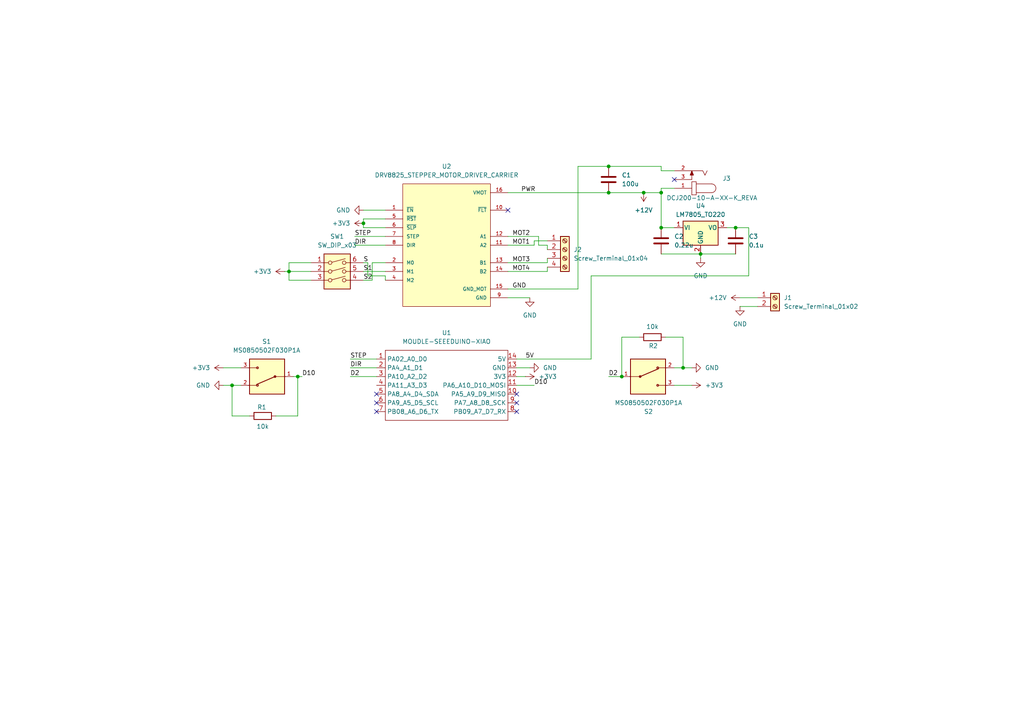
<source format=kicad_sch>
(kicad_sch
	(version 20231120)
	(generator "eeschema")
	(generator_version "8.0")
	(uuid "6909440d-7341-484c-b7d1-2ff4b360e05d")
	(paper "A4")
	(lib_symbols
		(symbol "Connector:Screw_Terminal_01x02"
			(pin_names
				(offset 1.016) hide)
			(exclude_from_sim no)
			(in_bom yes)
			(on_board yes)
			(property "Reference" "J"
				(at 0 2.54 0)
				(effects
					(font
						(size 1.27 1.27)
					)
				)
			)
			(property "Value" "Screw_Terminal_01x02"
				(at 0 -5.08 0)
				(effects
					(font
						(size 1.27 1.27)
					)
				)
			)
			(property "Footprint" ""
				(at 0 0 0)
				(effects
					(font
						(size 1.27 1.27)
					)
					(hide yes)
				)
			)
			(property "Datasheet" "~"
				(at 0 0 0)
				(effects
					(font
						(size 1.27 1.27)
					)
					(hide yes)
				)
			)
			(property "Description" "Generic screw terminal, single row, 01x02, script generated (kicad-library-utils/schlib/autogen/connector/)"
				(at 0 0 0)
				(effects
					(font
						(size 1.27 1.27)
					)
					(hide yes)
				)
			)
			(property "ki_keywords" "screw terminal"
				(at 0 0 0)
				(effects
					(font
						(size 1.27 1.27)
					)
					(hide yes)
				)
			)
			(property "ki_fp_filters" "TerminalBlock*:*"
				(at 0 0 0)
				(effects
					(font
						(size 1.27 1.27)
					)
					(hide yes)
				)
			)
			(symbol "Screw_Terminal_01x02_1_1"
				(rectangle
					(start -1.27 1.27)
					(end 1.27 -3.81)
					(stroke
						(width 0.254)
						(type default)
					)
					(fill
						(type background)
					)
				)
				(circle
					(center 0 -2.54)
					(radius 0.635)
					(stroke
						(width 0.1524)
						(type default)
					)
					(fill
						(type none)
					)
				)
				(polyline
					(pts
						(xy -0.5334 -2.2098) (xy 0.3302 -3.048)
					)
					(stroke
						(width 0.1524)
						(type default)
					)
					(fill
						(type none)
					)
				)
				(polyline
					(pts
						(xy -0.5334 0.3302) (xy 0.3302 -0.508)
					)
					(stroke
						(width 0.1524)
						(type default)
					)
					(fill
						(type none)
					)
				)
				(polyline
					(pts
						(xy -0.3556 -2.032) (xy 0.508 -2.8702)
					)
					(stroke
						(width 0.1524)
						(type default)
					)
					(fill
						(type none)
					)
				)
				(polyline
					(pts
						(xy -0.3556 0.508) (xy 0.508 -0.3302)
					)
					(stroke
						(width 0.1524)
						(type default)
					)
					(fill
						(type none)
					)
				)
				(circle
					(center 0 0)
					(radius 0.635)
					(stroke
						(width 0.1524)
						(type default)
					)
					(fill
						(type none)
					)
				)
				(pin passive line
					(at -5.08 0 0)
					(length 3.81)
					(name "Pin_1"
						(effects
							(font
								(size 1.27 1.27)
							)
						)
					)
					(number "1"
						(effects
							(font
								(size 1.27 1.27)
							)
						)
					)
				)
				(pin passive line
					(at -5.08 -2.54 0)
					(length 3.81)
					(name "Pin_2"
						(effects
							(font
								(size 1.27 1.27)
							)
						)
					)
					(number "2"
						(effects
							(font
								(size 1.27 1.27)
							)
						)
					)
				)
			)
		)
		(symbol "Connector:Screw_Terminal_01x04"
			(pin_names
				(offset 1.016) hide)
			(exclude_from_sim no)
			(in_bom yes)
			(on_board yes)
			(property "Reference" "J"
				(at 0 5.08 0)
				(effects
					(font
						(size 1.27 1.27)
					)
				)
			)
			(property "Value" "Screw_Terminal_01x04"
				(at 0 -7.62 0)
				(effects
					(font
						(size 1.27 1.27)
					)
				)
			)
			(property "Footprint" ""
				(at 0 0 0)
				(effects
					(font
						(size 1.27 1.27)
					)
					(hide yes)
				)
			)
			(property "Datasheet" "~"
				(at 0 0 0)
				(effects
					(font
						(size 1.27 1.27)
					)
					(hide yes)
				)
			)
			(property "Description" "Generic screw terminal, single row, 01x04, script generated (kicad-library-utils/schlib/autogen/connector/)"
				(at 0 0 0)
				(effects
					(font
						(size 1.27 1.27)
					)
					(hide yes)
				)
			)
			(property "ki_keywords" "screw terminal"
				(at 0 0 0)
				(effects
					(font
						(size 1.27 1.27)
					)
					(hide yes)
				)
			)
			(property "ki_fp_filters" "TerminalBlock*:*"
				(at 0 0 0)
				(effects
					(font
						(size 1.27 1.27)
					)
					(hide yes)
				)
			)
			(symbol "Screw_Terminal_01x04_1_1"
				(rectangle
					(start -1.27 3.81)
					(end 1.27 -6.35)
					(stroke
						(width 0.254)
						(type default)
					)
					(fill
						(type background)
					)
				)
				(circle
					(center 0 -5.08)
					(radius 0.635)
					(stroke
						(width 0.1524)
						(type default)
					)
					(fill
						(type none)
					)
				)
				(circle
					(center 0 -2.54)
					(radius 0.635)
					(stroke
						(width 0.1524)
						(type default)
					)
					(fill
						(type none)
					)
				)
				(polyline
					(pts
						(xy -0.5334 -4.7498) (xy 0.3302 -5.588)
					)
					(stroke
						(width 0.1524)
						(type default)
					)
					(fill
						(type none)
					)
				)
				(polyline
					(pts
						(xy -0.5334 -2.2098) (xy 0.3302 -3.048)
					)
					(stroke
						(width 0.1524)
						(type default)
					)
					(fill
						(type none)
					)
				)
				(polyline
					(pts
						(xy -0.5334 0.3302) (xy 0.3302 -0.508)
					)
					(stroke
						(width 0.1524)
						(type default)
					)
					(fill
						(type none)
					)
				)
				(polyline
					(pts
						(xy -0.5334 2.8702) (xy 0.3302 2.032)
					)
					(stroke
						(width 0.1524)
						(type default)
					)
					(fill
						(type none)
					)
				)
				(polyline
					(pts
						(xy -0.3556 -4.572) (xy 0.508 -5.4102)
					)
					(stroke
						(width 0.1524)
						(type default)
					)
					(fill
						(type none)
					)
				)
				(polyline
					(pts
						(xy -0.3556 -2.032) (xy 0.508 -2.8702)
					)
					(stroke
						(width 0.1524)
						(type default)
					)
					(fill
						(type none)
					)
				)
				(polyline
					(pts
						(xy -0.3556 0.508) (xy 0.508 -0.3302)
					)
					(stroke
						(width 0.1524)
						(type default)
					)
					(fill
						(type none)
					)
				)
				(polyline
					(pts
						(xy -0.3556 3.048) (xy 0.508 2.2098)
					)
					(stroke
						(width 0.1524)
						(type default)
					)
					(fill
						(type none)
					)
				)
				(circle
					(center 0 0)
					(radius 0.635)
					(stroke
						(width 0.1524)
						(type default)
					)
					(fill
						(type none)
					)
				)
				(circle
					(center 0 2.54)
					(radius 0.635)
					(stroke
						(width 0.1524)
						(type default)
					)
					(fill
						(type none)
					)
				)
				(pin passive line
					(at -5.08 2.54 0)
					(length 3.81)
					(name "Pin_1"
						(effects
							(font
								(size 1.27 1.27)
							)
						)
					)
					(number "1"
						(effects
							(font
								(size 1.27 1.27)
							)
						)
					)
				)
				(pin passive line
					(at -5.08 0 0)
					(length 3.81)
					(name "Pin_2"
						(effects
							(font
								(size 1.27 1.27)
							)
						)
					)
					(number "2"
						(effects
							(font
								(size 1.27 1.27)
							)
						)
					)
				)
				(pin passive line
					(at -5.08 -2.54 0)
					(length 3.81)
					(name "Pin_3"
						(effects
							(font
								(size 1.27 1.27)
							)
						)
					)
					(number "3"
						(effects
							(font
								(size 1.27 1.27)
							)
						)
					)
				)
				(pin passive line
					(at -5.08 -5.08 0)
					(length 3.81)
					(name "Pin_4"
						(effects
							(font
								(size 1.27 1.27)
							)
						)
					)
					(number "4"
						(effects
							(font
								(size 1.27 1.27)
							)
						)
					)
				)
			)
		)
		(symbol "DRV8825:DRV8825_STEPPER_MOTOR_DRIVER_CARRIER"
			(pin_names
				(offset 1.016)
			)
			(exclude_from_sim no)
			(in_bom yes)
			(on_board yes)
			(property "Reference" "U"
				(at -12.7 18.542 0)
				(effects
					(font
						(size 1.27 1.27)
					)
					(justify left bottom)
				)
			)
			(property "Value" "DRV8825_STEPPER_MOTOR_DRIVER_CARRIER"
				(at -12.7 -20.32 0)
				(effects
					(font
						(size 1.27 1.27)
					)
					(justify left bottom)
				)
			)
			(property "Footprint" "DRV8825_STEPPER_MOTOR_DRIVER_CARRIER:IC_DRV8825_STEPPER_MOTOR_DRIVER_CARRIER"
				(at 0 0 0)
				(effects
					(font
						(size 1.27 1.27)
					)
					(justify bottom)
					(hide yes)
				)
			)
			(property "Datasheet" ""
				(at 0 0 0)
				(effects
					(font
						(size 1.27 1.27)
					)
					(hide yes)
				)
			)
			(property "Description" "Stepper motor controler; IC: DRV8825; 1.5A; Uin mot: 8.2÷45V"
				(at 0 0 0)
				(effects
					(font
						(size 1.27 1.27)
					)
					(justify bottom)
					(hide yes)
				)
			)
			(property "MF" "Pololu"
				(at 0 0 0)
				(effects
					(font
						(size 1.27 1.27)
					)
					(justify bottom)
					(hide yes)
				)
			)
			(property "PACKAGE" "None"
				(at 0 0 0)
				(effects
					(font
						(size 1.27 1.27)
					)
					(justify bottom)
					(hide yes)
				)
			)
			(property "PRICE" "None"
				(at 0 0 0)
				(effects
					(font
						(size 1.27 1.27)
					)
					(justify bottom)
					(hide yes)
				)
			)
			(property "Package" "None"
				(at 0 0 0)
				(effects
					(font
						(size 1.27 1.27)
					)
					(justify bottom)
					(hide yes)
				)
			)
			(property "Check_prices" "https://www.snapeda.com/parts/DRV8825%20STEPPER%20MOTOR%20DRIVER%20CARRIER/Pololu/view-part/?ref=eda"
				(at 0 0 0)
				(effects
					(font
						(size 1.27 1.27)
					)
					(justify bottom)
					(hide yes)
				)
			)
			(property "Price" "None"
				(at 0 0 0)
				(effects
					(font
						(size 1.27 1.27)
					)
					(justify bottom)
					(hide yes)
				)
			)
			(property "SnapEDA_Link" "https://www.snapeda.com/parts/DRV8825%20STEPPER%20MOTOR%20DRIVER%20CARRIER/Pololu/view-part/?ref=snap"
				(at 0 0 0)
				(effects
					(font
						(size 1.27 1.27)
					)
					(justify bottom)
					(hide yes)
				)
			)
			(property "MP" "DRV8825 STEPPER MOTOR DRIVER CARRIER"
				(at 0 0 0)
				(effects
					(font
						(size 1.27 1.27)
					)
					(justify bottom)
					(hide yes)
				)
			)
			(property "Availability" "Not in stock"
				(at 0 0 0)
				(effects
					(font
						(size 1.27 1.27)
					)
					(justify bottom)
					(hide yes)
				)
			)
			(property "AVAILABILITY" "Unavailable"
				(at 0 0 0)
				(effects
					(font
						(size 1.27 1.27)
					)
					(justify bottom)
					(hide yes)
				)
			)
			(property "Description_1" "\n                        \n                            Stepper, Bipolar 8.2 ~ 45VDC Supply 1.5A 8.2 ~ 45V Load\n                        \n"
				(at 0 0 0)
				(effects
					(font
						(size 1.27 1.27)
					)
					(justify bottom)
					(hide yes)
				)
			)
			(symbol "DRV8825_STEPPER_MOTOR_DRIVER_CARRIER_0_0"
				(rectangle
					(start -12.7 -17.78)
					(end 12.7 17.78)
					(stroke
						(width 0.1524)
						(type default)
					)
					(fill
						(type background)
					)
				)
				(pin input line
					(at -17.78 10.16 0)
					(length 5.08)
					(name "~{EN}"
						(effects
							(font
								(size 1.016 1.016)
							)
						)
					)
					(number "1"
						(effects
							(font
								(size 1.016 1.016)
							)
						)
					)
				)
				(pin output line
					(at 17.78 10.16 180)
					(length 5.08)
					(name "~{FLT}"
						(effects
							(font
								(size 1.016 1.016)
							)
						)
					)
					(number "10"
						(effects
							(font
								(size 1.016 1.016)
							)
						)
					)
				)
				(pin output line
					(at 17.78 0 180)
					(length 5.08)
					(name "A2"
						(effects
							(font
								(size 1.016 1.016)
							)
						)
					)
					(number "11"
						(effects
							(font
								(size 1.016 1.016)
							)
						)
					)
				)
				(pin output line
					(at 17.78 2.54 180)
					(length 5.08)
					(name "A1"
						(effects
							(font
								(size 1.016 1.016)
							)
						)
					)
					(number "12"
						(effects
							(font
								(size 1.016 1.016)
							)
						)
					)
				)
				(pin output line
					(at 17.78 -5.08 180)
					(length 5.08)
					(name "B1"
						(effects
							(font
								(size 1.016 1.016)
							)
						)
					)
					(number "13"
						(effects
							(font
								(size 1.016 1.016)
							)
						)
					)
				)
				(pin output line
					(at 17.78 -7.62 180)
					(length 5.08)
					(name "B2"
						(effects
							(font
								(size 1.016 1.016)
							)
						)
					)
					(number "14"
						(effects
							(font
								(size 1.016 1.016)
							)
						)
					)
				)
				(pin power_in line
					(at 17.78 -12.7 180)
					(length 5.08)
					(name "GND_MOT"
						(effects
							(font
								(size 1.016 1.016)
							)
						)
					)
					(number "15"
						(effects
							(font
								(size 1.016 1.016)
							)
						)
					)
				)
				(pin power_in line
					(at 17.78 15.24 180)
					(length 5.08)
					(name "VMOT"
						(effects
							(font
								(size 1.016 1.016)
							)
						)
					)
					(number "16"
						(effects
							(font
								(size 1.016 1.016)
							)
						)
					)
				)
				(pin input line
					(at -17.78 -5.08 0)
					(length 5.08)
					(name "M0"
						(effects
							(font
								(size 1.016 1.016)
							)
						)
					)
					(number "2"
						(effects
							(font
								(size 1.016 1.016)
							)
						)
					)
				)
				(pin input line
					(at -17.78 -7.62 0)
					(length 5.08)
					(name "M1"
						(effects
							(font
								(size 1.016 1.016)
							)
						)
					)
					(number "3"
						(effects
							(font
								(size 1.016 1.016)
							)
						)
					)
				)
				(pin input line
					(at -17.78 -10.16 0)
					(length 5.08)
					(name "M2"
						(effects
							(font
								(size 1.016 1.016)
							)
						)
					)
					(number "4"
						(effects
							(font
								(size 1.016 1.016)
							)
						)
					)
				)
				(pin input line
					(at -17.78 7.62 0)
					(length 5.08)
					(name "~{RST}"
						(effects
							(font
								(size 1.016 1.016)
							)
						)
					)
					(number "5"
						(effects
							(font
								(size 1.016 1.016)
							)
						)
					)
				)
				(pin input line
					(at -17.78 5.08 0)
					(length 5.08)
					(name "~{SLP}"
						(effects
							(font
								(size 1.016 1.016)
							)
						)
					)
					(number "6"
						(effects
							(font
								(size 1.016 1.016)
							)
						)
					)
				)
				(pin input line
					(at -17.78 2.54 0)
					(length 5.08)
					(name "STEP"
						(effects
							(font
								(size 1.016 1.016)
							)
						)
					)
					(number "7"
						(effects
							(font
								(size 1.016 1.016)
							)
						)
					)
				)
				(pin input line
					(at -17.78 0 0)
					(length 5.08)
					(name "DIR"
						(effects
							(font
								(size 1.016 1.016)
							)
						)
					)
					(number "8"
						(effects
							(font
								(size 1.016 1.016)
							)
						)
					)
				)
				(pin power_in line
					(at 17.78 -15.24 180)
					(length 5.08)
					(name "GND"
						(effects
							(font
								(size 1.016 1.016)
							)
						)
					)
					(number "9"
						(effects
							(font
								(size 1.016 1.016)
							)
						)
					)
				)
			)
		)
		(symbol "Device:C"
			(pin_numbers hide)
			(pin_names
				(offset 0.254)
			)
			(exclude_from_sim no)
			(in_bom yes)
			(on_board yes)
			(property "Reference" "C"
				(at 0.635 2.54 0)
				(effects
					(font
						(size 1.27 1.27)
					)
					(justify left)
				)
			)
			(property "Value" "C"
				(at 0.635 -2.54 0)
				(effects
					(font
						(size 1.27 1.27)
					)
					(justify left)
				)
			)
			(property "Footprint" ""
				(at 0.9652 -3.81 0)
				(effects
					(font
						(size 1.27 1.27)
					)
					(hide yes)
				)
			)
			(property "Datasheet" "~"
				(at 0 0 0)
				(effects
					(font
						(size 1.27 1.27)
					)
					(hide yes)
				)
			)
			(property "Description" "Unpolarized capacitor"
				(at 0 0 0)
				(effects
					(font
						(size 1.27 1.27)
					)
					(hide yes)
				)
			)
			(property "ki_keywords" "cap capacitor"
				(at 0 0 0)
				(effects
					(font
						(size 1.27 1.27)
					)
					(hide yes)
				)
			)
			(property "ki_fp_filters" "C_*"
				(at 0 0 0)
				(effects
					(font
						(size 1.27 1.27)
					)
					(hide yes)
				)
			)
			(symbol "C_0_1"
				(polyline
					(pts
						(xy -2.032 -0.762) (xy 2.032 -0.762)
					)
					(stroke
						(width 0.508)
						(type default)
					)
					(fill
						(type none)
					)
				)
				(polyline
					(pts
						(xy -2.032 0.762) (xy 2.032 0.762)
					)
					(stroke
						(width 0.508)
						(type default)
					)
					(fill
						(type none)
					)
				)
			)
			(symbol "C_1_1"
				(pin passive line
					(at 0 3.81 270)
					(length 2.794)
					(name "~"
						(effects
							(font
								(size 1.27 1.27)
							)
						)
					)
					(number "1"
						(effects
							(font
								(size 1.27 1.27)
							)
						)
					)
				)
				(pin passive line
					(at 0 -3.81 90)
					(length 2.794)
					(name "~"
						(effects
							(font
								(size 1.27 1.27)
							)
						)
					)
					(number "2"
						(effects
							(font
								(size 1.27 1.27)
							)
						)
					)
				)
			)
		)
		(symbol "Device:R"
			(pin_numbers hide)
			(pin_names
				(offset 0)
			)
			(exclude_from_sim no)
			(in_bom yes)
			(on_board yes)
			(property "Reference" "R"
				(at 2.032 0 90)
				(effects
					(font
						(size 1.27 1.27)
					)
				)
			)
			(property "Value" "R"
				(at 0 0 90)
				(effects
					(font
						(size 1.27 1.27)
					)
				)
			)
			(property "Footprint" ""
				(at -1.778 0 90)
				(effects
					(font
						(size 1.27 1.27)
					)
					(hide yes)
				)
			)
			(property "Datasheet" "~"
				(at 0 0 0)
				(effects
					(font
						(size 1.27 1.27)
					)
					(hide yes)
				)
			)
			(property "Description" "Resistor"
				(at 0 0 0)
				(effects
					(font
						(size 1.27 1.27)
					)
					(hide yes)
				)
			)
			(property "ki_keywords" "R res resistor"
				(at 0 0 0)
				(effects
					(font
						(size 1.27 1.27)
					)
					(hide yes)
				)
			)
			(property "ki_fp_filters" "R_*"
				(at 0 0 0)
				(effects
					(font
						(size 1.27 1.27)
					)
					(hide yes)
				)
			)
			(symbol "R_0_1"
				(rectangle
					(start -1.016 -2.54)
					(end 1.016 2.54)
					(stroke
						(width 0.254)
						(type default)
					)
					(fill
						(type none)
					)
				)
			)
			(symbol "R_1_1"
				(pin passive line
					(at 0 3.81 270)
					(length 1.27)
					(name "~"
						(effects
							(font
								(size 1.27 1.27)
							)
						)
					)
					(number "1"
						(effects
							(font
								(size 1.27 1.27)
							)
						)
					)
				)
				(pin passive line
					(at 0 -3.81 90)
					(length 1.27)
					(name "~"
						(effects
							(font
								(size 1.27 1.27)
							)
						)
					)
					(number "2"
						(effects
							(font
								(size 1.27 1.27)
							)
						)
					)
				)
			)
		)
		(symbol "Regulator_Linear:LM7805_TO220"
			(pin_names
				(offset 0.254)
			)
			(exclude_from_sim no)
			(in_bom yes)
			(on_board yes)
			(property "Reference" "U"
				(at -3.81 3.175 0)
				(effects
					(font
						(size 1.27 1.27)
					)
				)
			)
			(property "Value" "LM7805_TO220"
				(at 0 3.175 0)
				(effects
					(font
						(size 1.27 1.27)
					)
					(justify left)
				)
			)
			(property "Footprint" "Package_TO_SOT_THT:TO-220-3_Vertical"
				(at 0 5.715 0)
				(effects
					(font
						(size 1.27 1.27)
						(italic yes)
					)
					(hide yes)
				)
			)
			(property "Datasheet" "https://www.onsemi.cn/PowerSolutions/document/MC7800-D.PDF"
				(at 0 -1.27 0)
				(effects
					(font
						(size 1.27 1.27)
					)
					(hide yes)
				)
			)
			(property "Description" "Positive 1A 35V Linear Regulator, Fixed Output 5V, TO-220"
				(at 0 0 0)
				(effects
					(font
						(size 1.27 1.27)
					)
					(hide yes)
				)
			)
			(property "ki_keywords" "Voltage Regulator 1A Positive"
				(at 0 0 0)
				(effects
					(font
						(size 1.27 1.27)
					)
					(hide yes)
				)
			)
			(property "ki_fp_filters" "TO?220*"
				(at 0 0 0)
				(effects
					(font
						(size 1.27 1.27)
					)
					(hide yes)
				)
			)
			(symbol "LM7805_TO220_0_1"
				(rectangle
					(start -5.08 1.905)
					(end 5.08 -5.08)
					(stroke
						(width 0.254)
						(type default)
					)
					(fill
						(type background)
					)
				)
			)
			(symbol "LM7805_TO220_1_1"
				(pin power_in line
					(at -7.62 0 0)
					(length 2.54)
					(name "VI"
						(effects
							(font
								(size 1.27 1.27)
							)
						)
					)
					(number "1"
						(effects
							(font
								(size 1.27 1.27)
							)
						)
					)
				)
				(pin power_in line
					(at 0 -7.62 90)
					(length 2.54)
					(name "GND"
						(effects
							(font
								(size 1.27 1.27)
							)
						)
					)
					(number "2"
						(effects
							(font
								(size 1.27 1.27)
							)
						)
					)
				)
				(pin power_out line
					(at 7.62 0 180)
					(length 2.54)
					(name "VO"
						(effects
							(font
								(size 1.27 1.27)
							)
						)
					)
					(number "3"
						(effects
							(font
								(size 1.27 1.27)
							)
						)
					)
				)
			)
		)
		(symbol "Seeed Studio XIAO RP2040:MOUDLE-SEEEDUINO-XIAO"
			(exclude_from_sim no)
			(in_bom yes)
			(on_board yes)
			(property "Reference" "U"
				(at -16.51 11.43 0)
				(effects
					(font
						(size 1.27 1.27)
					)
				)
			)
			(property "Value" "MOUDLE-SEEEDUINO-XIAO"
				(at -3.81 -11.43 0)
				(effects
					(font
						(size 1.27 1.27)
					)
				)
			)
			(property "Footprint" ""
				(at -16.51 2.54 0)
				(effects
					(font
						(size 1.27 1.27)
					)
					(hide yes)
				)
			)
			(property "Datasheet" ""
				(at -16.51 2.54 0)
				(effects
					(font
						(size 1.27 1.27)
					)
					(hide yes)
				)
			)
			(property "Description" ""
				(at 0 0 0)
				(effects
					(font
						(size 1.27 1.27)
					)
					(hide yes)
				)
			)
			(symbol "MOUDLE-SEEEDUINO-XIAO_0_1"
				(rectangle
					(start -16.51 10.16)
					(end 19.05 -10.16)
					(stroke
						(width 0)
						(type default)
					)
					(fill
						(type none)
					)
				)
			)
			(symbol "MOUDLE-SEEEDUINO-XIAO_1_1"
				(pin passive line
					(at -19.05 7.62 0)
					(length 2.54)
					(name "PA02_A0_D0"
						(effects
							(font
								(size 1.27 1.27)
							)
						)
					)
					(number "1"
						(effects
							(font
								(size 1.27 1.27)
							)
						)
					)
				)
				(pin passive line
					(at 21.59 -2.54 180)
					(length 2.54)
					(name "PA5_A9_D9_MISO"
						(effects
							(font
								(size 1.27 1.27)
							)
						)
					)
					(number "10"
						(effects
							(font
								(size 1.27 1.27)
							)
						)
					)
				)
				(pin passive line
					(at 21.59 0 180)
					(length 2.54)
					(name "PA6_A10_D10_MOSI"
						(effects
							(font
								(size 1.27 1.27)
							)
						)
					)
					(number "11"
						(effects
							(font
								(size 1.27 1.27)
							)
						)
					)
				)
				(pin passive line
					(at 21.59 2.54 180)
					(length 2.54)
					(name "3V3"
						(effects
							(font
								(size 1.27 1.27)
							)
						)
					)
					(number "12"
						(effects
							(font
								(size 1.27 1.27)
							)
						)
					)
				)
				(pin passive line
					(at 21.59 5.08 180)
					(length 2.54)
					(name "GND"
						(effects
							(font
								(size 1.27 1.27)
							)
						)
					)
					(number "13"
						(effects
							(font
								(size 1.27 1.27)
							)
						)
					)
				)
				(pin passive line
					(at 21.59 7.62 180)
					(length 2.54)
					(name "5V"
						(effects
							(font
								(size 1.27 1.27)
							)
						)
					)
					(number "14"
						(effects
							(font
								(size 1.27 1.27)
							)
						)
					)
				)
				(pin passive line
					(at -19.05 5.08 0)
					(length 2.54)
					(name "PA4_A1_D1"
						(effects
							(font
								(size 1.27 1.27)
							)
						)
					)
					(number "2"
						(effects
							(font
								(size 1.27 1.27)
							)
						)
					)
				)
				(pin passive line
					(at -19.05 2.54 0)
					(length 2.54)
					(name "PA10_A2_D2"
						(effects
							(font
								(size 1.27 1.27)
							)
						)
					)
					(number "3"
						(effects
							(font
								(size 1.27 1.27)
							)
						)
					)
				)
				(pin passive line
					(at -19.05 0 0)
					(length 2.54)
					(name "PA11_A3_D3"
						(effects
							(font
								(size 1.27 1.27)
							)
						)
					)
					(number "4"
						(effects
							(font
								(size 1.27 1.27)
							)
						)
					)
				)
				(pin passive line
					(at -19.05 -2.54 0)
					(length 2.54)
					(name "PA8_A4_D4_SDA"
						(effects
							(font
								(size 1.27 1.27)
							)
						)
					)
					(number "5"
						(effects
							(font
								(size 1.27 1.27)
							)
						)
					)
				)
				(pin passive line
					(at -19.05 -5.08 0)
					(length 2.54)
					(name "PA9_A5_D5_SCL"
						(effects
							(font
								(size 1.27 1.27)
							)
						)
					)
					(number "6"
						(effects
							(font
								(size 1.27 1.27)
							)
						)
					)
				)
				(pin passive line
					(at -19.05 -7.62 0)
					(length 2.54)
					(name "PB08_A6_D6_TX"
						(effects
							(font
								(size 1.27 1.27)
							)
						)
					)
					(number "7"
						(effects
							(font
								(size 1.27 1.27)
							)
						)
					)
				)
				(pin passive line
					(at 21.59 -7.62 180)
					(length 2.54)
					(name "PB09_A7_D7_RX"
						(effects
							(font
								(size 1.27 1.27)
							)
						)
					)
					(number "8"
						(effects
							(font
								(size 1.27 1.27)
							)
						)
					)
				)
				(pin passive line
					(at 21.59 -5.08 180)
					(length 2.54)
					(name "PA7_A8_D8_SCK"
						(effects
							(font
								(size 1.27 1.27)
							)
						)
					)
					(number "9"
						(effects
							(font
								(size 1.27 1.27)
							)
						)
					)
				)
			)
		)
		(symbol "Switch:SW_DIP_x03"
			(pin_names
				(offset 0) hide)
			(exclude_from_sim no)
			(in_bom yes)
			(on_board yes)
			(property "Reference" "SW"
				(at 0 6.35 0)
				(effects
					(font
						(size 1.27 1.27)
					)
				)
			)
			(property "Value" "SW_DIP_x03"
				(at 0 -6.35 0)
				(effects
					(font
						(size 1.27 1.27)
					)
				)
			)
			(property "Footprint" ""
				(at 0 -2.54 0)
				(effects
					(font
						(size 1.27 1.27)
					)
					(hide yes)
				)
			)
			(property "Datasheet" "~"
				(at 0 -2.54 0)
				(effects
					(font
						(size 1.27 1.27)
					)
					(hide yes)
				)
			)
			(property "Description" "3x DIP Switch, Single Pole Single Throw (SPST) switch, small symbol"
				(at 0 0 0)
				(effects
					(font
						(size 1.27 1.27)
					)
					(hide yes)
				)
			)
			(property "ki_keywords" "dip switch"
				(at 0 0 0)
				(effects
					(font
						(size 1.27 1.27)
					)
					(hide yes)
				)
			)
			(property "ki_fp_filters" "SW?DIP?x3*"
				(at 0 0 0)
				(effects
					(font
						(size 1.27 1.27)
					)
					(hide yes)
				)
			)
			(symbol "SW_DIP_x03_0_0"
				(circle
					(center -2.032 -2.54)
					(radius 0.508)
					(stroke
						(width 0)
						(type default)
					)
					(fill
						(type none)
					)
				)
				(circle
					(center -2.032 0)
					(radius 0.508)
					(stroke
						(width 0)
						(type default)
					)
					(fill
						(type none)
					)
				)
				(circle
					(center -2.032 2.54)
					(radius 0.508)
					(stroke
						(width 0)
						(type default)
					)
					(fill
						(type none)
					)
				)
				(polyline
					(pts
						(xy -1.524 -2.413) (xy 2.3622 -1.3716)
					)
					(stroke
						(width 0)
						(type default)
					)
					(fill
						(type none)
					)
				)
				(polyline
					(pts
						(xy -1.524 0.127) (xy 2.3622 1.1684)
					)
					(stroke
						(width 0)
						(type default)
					)
					(fill
						(type none)
					)
				)
				(polyline
					(pts
						(xy -1.524 2.667) (xy 2.3622 3.7084)
					)
					(stroke
						(width 0)
						(type default)
					)
					(fill
						(type none)
					)
				)
				(circle
					(center 2.032 -2.54)
					(radius 0.508)
					(stroke
						(width 0)
						(type default)
					)
					(fill
						(type none)
					)
				)
				(circle
					(center 2.032 0)
					(radius 0.508)
					(stroke
						(width 0)
						(type default)
					)
					(fill
						(type none)
					)
				)
				(circle
					(center 2.032 2.54)
					(radius 0.508)
					(stroke
						(width 0)
						(type default)
					)
					(fill
						(type none)
					)
				)
			)
			(symbol "SW_DIP_x03_0_1"
				(rectangle
					(start -3.81 5.08)
					(end 3.81 -5.08)
					(stroke
						(width 0.254)
						(type default)
					)
					(fill
						(type background)
					)
				)
			)
			(symbol "SW_DIP_x03_1_1"
				(pin passive line
					(at -7.62 2.54 0)
					(length 5.08)
					(name "~"
						(effects
							(font
								(size 1.27 1.27)
							)
						)
					)
					(number "1"
						(effects
							(font
								(size 1.27 1.27)
							)
						)
					)
				)
				(pin passive line
					(at -7.62 0 0)
					(length 5.08)
					(name "~"
						(effects
							(font
								(size 1.27 1.27)
							)
						)
					)
					(number "2"
						(effects
							(font
								(size 1.27 1.27)
							)
						)
					)
				)
				(pin passive line
					(at -7.62 -2.54 0)
					(length 5.08)
					(name "~"
						(effects
							(font
								(size 1.27 1.27)
							)
						)
					)
					(number "3"
						(effects
							(font
								(size 1.27 1.27)
							)
						)
					)
				)
				(pin passive line
					(at 7.62 -2.54 180)
					(length 5.08)
					(name "~"
						(effects
							(font
								(size 1.27 1.27)
							)
						)
					)
					(number "4"
						(effects
							(font
								(size 1.27 1.27)
							)
						)
					)
				)
				(pin passive line
					(at 7.62 0 180)
					(length 5.08)
					(name "~"
						(effects
							(font
								(size 1.27 1.27)
							)
						)
					)
					(number "5"
						(effects
							(font
								(size 1.27 1.27)
							)
						)
					)
				)
				(pin passive line
					(at 7.62 2.54 180)
					(length 5.08)
					(name "~"
						(effects
							(font
								(size 1.27 1.27)
							)
						)
					)
					(number "6"
						(effects
							(font
								(size 1.27 1.27)
							)
						)
					)
				)
			)
		)
		(symbol "dc barrel jack:DCJ200-10-A-XX-K_REVA"
			(pin_names
				(offset 1.016)
			)
			(exclude_from_sim no)
			(in_bom yes)
			(on_board yes)
			(property "Reference" "J"
				(at -7.6272 5.0848 0)
				(effects
					(font
						(size 1.27 1.27)
					)
					(justify left bottom)
				)
			)
			(property "Value" "DCJ200-10-A-XX-K_REVA"
				(at -7.6313 -5.0875 0)
				(effects
					(font
						(size 1.27 1.27)
					)
					(justify left bottom)
				)
			)
			(property "Footprint" "DCJ200-10-A-XX-K_REVA:GCT_DCJ200-10-A-XX-K_REVA"
				(at 0 0 0)
				(effects
					(font
						(size 1.27 1.27)
					)
					(justify bottom)
					(hide yes)
				)
			)
			(property "Datasheet" ""
				(at 0 0 0)
				(effects
					(font
						(size 1.27 1.27)
					)
					(hide yes)
				)
			)
			(property "Description" ""
				(at 0 0 0)
				(effects
					(font
						(size 1.27 1.27)
					)
					(hide yes)
				)
			)
			(property "MF" "Global Connector Technology"
				(at 0 0 0)
				(effects
					(font
						(size 1.27 1.27)
					)
					(justify bottom)
					(hide yes)
				)
			)
			(property "MAXIMUM_PACKAGE_HEIGHT" "11 mm"
				(at 0 0 0)
				(effects
					(font
						(size 1.27 1.27)
					)
					(justify bottom)
					(hide yes)
				)
			)
			(property "Package" "None"
				(at 0 0 0)
				(effects
					(font
						(size 1.27 1.27)
					)
					(justify bottom)
					(hide yes)
				)
			)
			(property "Price" "None"
				(at 0 0 0)
				(effects
					(font
						(size 1.27 1.27)
					)
					(justify bottom)
					(hide yes)
				)
			)
			(property "Check_prices" "https://www.snapeda.com/parts/DCJ200-10-A-K1-K/Global+Connector+Technology/view-part/?ref=eda"
				(at 0 0 0)
				(effects
					(font
						(size 1.27 1.27)
					)
					(justify bottom)
					(hide yes)
				)
			)
			(property "STANDARD" "Manufacturer Recommendations"
				(at 0 0 0)
				(effects
					(font
						(size 1.27 1.27)
					)
					(justify bottom)
					(hide yes)
				)
			)
			(property "PARTREV" "A"
				(at 0 0 0)
				(effects
					(font
						(size 1.27 1.27)
					)
					(justify bottom)
					(hide yes)
				)
			)
			(property "SnapEDA_Link" "https://www.snapeda.com/parts/DCJ200-10-A-K1-K/Global+Connector+Technology/view-part/?ref=snap"
				(at 0 0 0)
				(effects
					(font
						(size 1.27 1.27)
					)
					(justify bottom)
					(hide yes)
				)
			)
			(property "MP" "DCJ200-10-A-K1-K"
				(at 0 0 0)
				(effects
					(font
						(size 1.27 1.27)
					)
					(justify bottom)
					(hide yes)
				)
			)
			(property "Description_1" "\n                        \n                            Power Barrel Connector Jack 2.05mm ID (0.081), 5.50mm OD (0.217) Through Hole, Right Angle\n                        \n"
				(at 0 0 0)
				(effects
					(font
						(size 1.27 1.27)
					)
					(justify bottom)
					(hide yes)
				)
			)
			(property "MANUFACTURER" "Global Connector Technology"
				(at 0 0 0)
				(effects
					(font
						(size 1.27 1.27)
					)
					(justify bottom)
					(hide yes)
				)
			)
			(property "Availability" "In Stock"
				(at 0 0 0)
				(effects
					(font
						(size 1.27 1.27)
					)
					(justify bottom)
					(hide yes)
				)
			)
			(property "SNAPEDA_PN" "DCJ200-10-A-K1-K"
				(at 0 0 0)
				(effects
					(font
						(size 1.27 1.27)
					)
					(justify bottom)
					(hide yes)
				)
			)
			(symbol "DCJ200-10-A-XX-K_REVA_0_0"
				(arc
					(start -5.715 3.81)
					(mid -6.9794 2.54)
					(end -5.715 1.27)
					(stroke
						(width 0.1524)
						(type default)
					)
					(fill
						(type none)
					)
				)
				(polyline
					(pts
						(xy -5.715 3.81) (xy -1.27 3.81)
					)
					(stroke
						(width 0.1524)
						(type default)
					)
					(fill
						(type none)
					)
				)
				(polyline
					(pts
						(xy -3.81 -1.27) (xy -4.445 -2.54)
					)
					(stroke
						(width 0.1524)
						(type default)
					)
					(fill
						(type none)
					)
				)
				(polyline
					(pts
						(xy -3.175 -2.54) (xy -3.81 -1.27)
					)
					(stroke
						(width 0.1524)
						(type default)
					)
					(fill
						(type none)
					)
				)
				(polyline
					(pts
						(xy -1.27 0.635) (xy 0 0.635)
					)
					(stroke
						(width 0.1524)
						(type default)
					)
					(fill
						(type none)
					)
				)
				(polyline
					(pts
						(xy -1.27 1.27) (xy -5.715 1.27)
					)
					(stroke
						(width 0.1524)
						(type default)
					)
					(fill
						(type none)
					)
				)
				(polyline
					(pts
						(xy -1.27 1.27) (xy -1.27 0.635)
					)
					(stroke
						(width 0.1524)
						(type default)
					)
					(fill
						(type none)
					)
				)
				(polyline
					(pts
						(xy -1.27 3.81) (xy -1.27 1.27)
					)
					(stroke
						(width 0.1524)
						(type default)
					)
					(fill
						(type none)
					)
				)
				(polyline
					(pts
						(xy -1.27 4.445) (xy -1.27 3.81)
					)
					(stroke
						(width 0.1524)
						(type default)
					)
					(fill
						(type none)
					)
				)
				(polyline
					(pts
						(xy 0 -2.54) (xy -3.175 -2.54)
					)
					(stroke
						(width 0.1524)
						(type default)
					)
					(fill
						(type none)
					)
				)
				(polyline
					(pts
						(xy 0 0) (xy 0 -2.54)
					)
					(stroke
						(width 0.1524)
						(type default)
					)
					(fill
						(type none)
					)
				)
				(polyline
					(pts
						(xy 0 0.635) (xy 0 4.445)
					)
					(stroke
						(width 0.1524)
						(type default)
					)
					(fill
						(type none)
					)
				)
				(polyline
					(pts
						(xy 0 4.445) (xy -1.27 4.445)
					)
					(stroke
						(width 0.1524)
						(type default)
					)
					(fill
						(type none)
					)
				)
				(polyline
					(pts
						(xy 0 -2.54) (xy -0.508 -1.27) (xy 0.508 -1.27) (xy 0 -2.54)
					)
					(stroke
						(width 0.1524)
						(type default)
					)
					(fill
						(type outline)
					)
				)
				(pin passive line
					(at 5.08 2.54 180)
					(length 5.08)
					(name "~"
						(effects
							(font
								(size 1.016 1.016)
							)
						)
					)
					(number "1"
						(effects
							(font
								(size 1.016 1.016)
							)
						)
					)
				)
				(pin passive line
					(at 5.08 -2.54 180)
					(length 5.08)
					(name "~"
						(effects
							(font
								(size 1.016 1.016)
							)
						)
					)
					(number "2"
						(effects
							(font
								(size 1.016 1.016)
							)
						)
					)
				)
				(pin passive line
					(at 5.08 0 180)
					(length 5.08)
					(name "~"
						(effects
							(font
								(size 1.016 1.016)
							)
						)
					)
					(number "3"
						(effects
							(font
								(size 1.016 1.016)
							)
						)
					)
				)
			)
		)
		(symbol "limit switch:MS0850502F030P1A"
			(pin_names
				(offset 1.016)
			)
			(exclude_from_sim no)
			(in_bom yes)
			(on_board yes)
			(property "Reference" "S"
				(at -5.0923 5.6015 0)
				(effects
					(font
						(size 1.27 1.27)
					)
					(justify left bottom)
				)
			)
			(property "Value" "MS0850502F030P1A"
				(at -5.0887 -7.633 0)
				(effects
					(font
						(size 1.27 1.27)
					)
					(justify left bottom)
				)
			)
			(property "Footprint" "MS0850502F030P1A:SW_MS0850502F030P1A"
				(at 0 0 0)
				(effects
					(font
						(size 1.27 1.27)
					)
					(justify bottom)
					(hide yes)
				)
			)
			(property "Datasheet" ""
				(at 0 0 0)
				(effects
					(font
						(size 1.27 1.27)
					)
					(hide yes)
				)
			)
			(property "Description" ""
				(at 0 0 0)
				(effects
					(font
						(size 1.27 1.27)
					)
					(hide yes)
				)
			)
			(property "MF" "E-Switch"
				(at 0 0 0)
				(effects
					(font
						(size 1.27 1.27)
					)
					(justify bottom)
					(hide yes)
				)
			)
			(property "Description_1" "\n                        \n                            Snap Action Switch, SPDT, ON-MOM, MS Series, Straight Lever, 5A, 125VAC, PC Pin | E-Switch MS0850502F030P1A\n                        \n"
				(at 0 0 0)
				(effects
					(font
						(size 1.27 1.27)
					)
					(justify bottom)
					(hide yes)
				)
			)
			(property "Package" "None"
				(at 0 0 0)
				(effects
					(font
						(size 1.27 1.27)
					)
					(justify bottom)
					(hide yes)
				)
			)
			(property "Price" "None"
				(at 0 0 0)
				(effects
					(font
						(size 1.27 1.27)
					)
					(justify bottom)
					(hide yes)
				)
			)
			(property "Check_prices" "https://www.snapeda.com/parts/MS0850502F030P1A/E-Switch/view-part/?ref=eda"
				(at 0 0 0)
				(effects
					(font
						(size 1.27 1.27)
					)
					(justify bottom)
					(hide yes)
				)
			)
			(property "SnapEDA_Link" "https://www.snapeda.com/parts/MS0850502F030P1A/E-Switch/view-part/?ref=snap"
				(at 0 0 0)
				(effects
					(font
						(size 1.27 1.27)
					)
					(justify bottom)
					(hide yes)
				)
			)
			(property "MP" "MS0850502F030P1A"
				(at 0 0 0)
				(effects
					(font
						(size 1.27 1.27)
					)
					(justify bottom)
					(hide yes)
				)
			)
			(property "Availability" "In Stock"
				(at 0 0 0)
				(effects
					(font
						(size 1.27 1.27)
					)
					(justify bottom)
					(hide yes)
				)
			)
			(property "MANUFACTURER" "E-SWITCH"
				(at 0 0 0)
				(effects
					(font
						(size 1.27 1.27)
					)
					(justify bottom)
					(hide yes)
				)
			)
			(symbol "MS0850502F030P1A_0_0"
				(rectangle
					(start -5.08 -5.08)
					(end 5.08 5.08)
					(stroke
						(width 0.254)
						(type default)
					)
					(fill
						(type background)
					)
				)
				(circle
					(center -2.286 0)
					(radius 0.254)
					(stroke
						(width 0.254)
						(type default)
					)
					(fill
						(type none)
					)
				)
				(polyline
					(pts
						(xy -2.286 0) (xy -5.334 0)
					)
					(stroke
						(width 0.1524)
						(type default)
					)
					(fill
						(type none)
					)
				)
				(polyline
					(pts
						(xy -2.286 0) (xy 3.048 2.286)
					)
					(stroke
						(width 0.254)
						(type default)
					)
					(fill
						(type none)
					)
				)
				(polyline
					(pts
						(xy 3.048 -2.54) (xy 5.588 -2.54)
					)
					(stroke
						(width 0.1524)
						(type default)
					)
					(fill
						(type none)
					)
				)
				(polyline
					(pts
						(xy 3.048 2.54) (xy 5.588 2.54)
					)
					(stroke
						(width 0.1524)
						(type default)
					)
					(fill
						(type none)
					)
				)
				(circle
					(center 2.794 -2.54)
					(radius 0.254)
					(stroke
						(width 0.254)
						(type default)
					)
					(fill
						(type none)
					)
				)
				(circle
					(center 2.794 2.54)
					(radius 0.254)
					(stroke
						(width 0.254)
						(type default)
					)
					(fill
						(type none)
					)
				)
				(pin passive line
					(at -7.62 0 0)
					(length 2.54)
					(name "~"
						(effects
							(font
								(size 1.016 1.016)
							)
						)
					)
					(number "1"
						(effects
							(font
								(size 1.016 1.016)
							)
						)
					)
				)
				(pin passive line
					(at 7.62 2.54 180)
					(length 2.54)
					(name "~"
						(effects
							(font
								(size 1.016 1.016)
							)
						)
					)
					(number "2"
						(effects
							(font
								(size 1.016 1.016)
							)
						)
					)
				)
				(pin passive line
					(at 7.62 -2.54 180)
					(length 2.54)
					(name "~"
						(effects
							(font
								(size 1.016 1.016)
							)
						)
					)
					(number "3"
						(effects
							(font
								(size 1.016 1.016)
							)
						)
					)
				)
			)
		)
		(symbol "power:+12V"
			(power)
			(pin_numbers hide)
			(pin_names
				(offset 0) hide)
			(exclude_from_sim no)
			(in_bom yes)
			(on_board yes)
			(property "Reference" "#PWR"
				(at 0 -3.81 0)
				(effects
					(font
						(size 1.27 1.27)
					)
					(hide yes)
				)
			)
			(property "Value" "+12V"
				(at 0 3.556 0)
				(effects
					(font
						(size 1.27 1.27)
					)
				)
			)
			(property "Footprint" ""
				(at 0 0 0)
				(effects
					(font
						(size 1.27 1.27)
					)
					(hide yes)
				)
			)
			(property "Datasheet" ""
				(at 0 0 0)
				(effects
					(font
						(size 1.27 1.27)
					)
					(hide yes)
				)
			)
			(property "Description" "Power symbol creates a global label with name \"+12V\""
				(at 0 0 0)
				(effects
					(font
						(size 1.27 1.27)
					)
					(hide yes)
				)
			)
			(property "ki_keywords" "global power"
				(at 0 0 0)
				(effects
					(font
						(size 1.27 1.27)
					)
					(hide yes)
				)
			)
			(symbol "+12V_0_1"
				(polyline
					(pts
						(xy -0.762 1.27) (xy 0 2.54)
					)
					(stroke
						(width 0)
						(type default)
					)
					(fill
						(type none)
					)
				)
				(polyline
					(pts
						(xy 0 0) (xy 0 2.54)
					)
					(stroke
						(width 0)
						(type default)
					)
					(fill
						(type none)
					)
				)
				(polyline
					(pts
						(xy 0 2.54) (xy 0.762 1.27)
					)
					(stroke
						(width 0)
						(type default)
					)
					(fill
						(type none)
					)
				)
			)
			(symbol "+12V_1_1"
				(pin power_in line
					(at 0 0 90)
					(length 0)
					(name "~"
						(effects
							(font
								(size 1.27 1.27)
							)
						)
					)
					(number "1"
						(effects
							(font
								(size 1.27 1.27)
							)
						)
					)
				)
			)
		)
		(symbol "power:+3V3"
			(power)
			(pin_numbers hide)
			(pin_names
				(offset 0) hide)
			(exclude_from_sim no)
			(in_bom yes)
			(on_board yes)
			(property "Reference" "#PWR"
				(at 0 -3.81 0)
				(effects
					(font
						(size 1.27 1.27)
					)
					(hide yes)
				)
			)
			(property "Value" "+3V3"
				(at 0 3.556 0)
				(effects
					(font
						(size 1.27 1.27)
					)
				)
			)
			(property "Footprint" ""
				(at 0 0 0)
				(effects
					(font
						(size 1.27 1.27)
					)
					(hide yes)
				)
			)
			(property "Datasheet" ""
				(at 0 0 0)
				(effects
					(font
						(size 1.27 1.27)
					)
					(hide yes)
				)
			)
			(property "Description" "Power symbol creates a global label with name \"+3V3\""
				(at 0 0 0)
				(effects
					(font
						(size 1.27 1.27)
					)
					(hide yes)
				)
			)
			(property "ki_keywords" "global power"
				(at 0 0 0)
				(effects
					(font
						(size 1.27 1.27)
					)
					(hide yes)
				)
			)
			(symbol "+3V3_0_1"
				(polyline
					(pts
						(xy -0.762 1.27) (xy 0 2.54)
					)
					(stroke
						(width 0)
						(type default)
					)
					(fill
						(type none)
					)
				)
				(polyline
					(pts
						(xy 0 0) (xy 0 2.54)
					)
					(stroke
						(width 0)
						(type default)
					)
					(fill
						(type none)
					)
				)
				(polyline
					(pts
						(xy 0 2.54) (xy 0.762 1.27)
					)
					(stroke
						(width 0)
						(type default)
					)
					(fill
						(type none)
					)
				)
			)
			(symbol "+3V3_1_1"
				(pin power_in line
					(at 0 0 90)
					(length 0)
					(name "~"
						(effects
							(font
								(size 1.27 1.27)
							)
						)
					)
					(number "1"
						(effects
							(font
								(size 1.27 1.27)
							)
						)
					)
				)
			)
		)
		(symbol "power:GND"
			(power)
			(pin_numbers hide)
			(pin_names
				(offset 0) hide)
			(exclude_from_sim no)
			(in_bom yes)
			(on_board yes)
			(property "Reference" "#PWR"
				(at 0 -6.35 0)
				(effects
					(font
						(size 1.27 1.27)
					)
					(hide yes)
				)
			)
			(property "Value" "GND"
				(at 0 -3.81 0)
				(effects
					(font
						(size 1.27 1.27)
					)
				)
			)
			(property "Footprint" ""
				(at 0 0 0)
				(effects
					(font
						(size 1.27 1.27)
					)
					(hide yes)
				)
			)
			(property "Datasheet" ""
				(at 0 0 0)
				(effects
					(font
						(size 1.27 1.27)
					)
					(hide yes)
				)
			)
			(property "Description" "Power symbol creates a global label with name \"GND\" , ground"
				(at 0 0 0)
				(effects
					(font
						(size 1.27 1.27)
					)
					(hide yes)
				)
			)
			(property "ki_keywords" "global power"
				(at 0 0 0)
				(effects
					(font
						(size 1.27 1.27)
					)
					(hide yes)
				)
			)
			(symbol "GND_0_1"
				(polyline
					(pts
						(xy 0 0) (xy 0 -1.27) (xy 1.27 -1.27) (xy 0 -2.54) (xy -1.27 -1.27) (xy 0 -1.27)
					)
					(stroke
						(width 0)
						(type default)
					)
					(fill
						(type none)
					)
				)
			)
			(symbol "GND_1_1"
				(pin power_in line
					(at 0 0 270)
					(length 0)
					(name "~"
						(effects
							(font
								(size 1.27 1.27)
							)
						)
					)
					(number "1"
						(effects
							(font
								(size 1.27 1.27)
							)
						)
					)
				)
			)
		)
	)
	(junction
		(at 203.2 73.66)
		(diameter 0)
		(color 0 0 0 0)
		(uuid "092130cd-73b5-4e25-9838-631bdf8fd2fb")
	)
	(junction
		(at 86.36 109.22)
		(diameter 0)
		(color 0 0 0 0)
		(uuid "2f35108f-c202-4e41-9f7c-6b2662c15481")
	)
	(junction
		(at 83.82 78.74)
		(diameter 0)
		(color 0 0 0 0)
		(uuid "2f989bc8-6724-4952-b604-65b4d340fa47")
	)
	(junction
		(at 198.12 106.68)
		(diameter 0)
		(color 0 0 0 0)
		(uuid "37366626-8141-47fb-8756-aa1d70866e5d")
	)
	(junction
		(at 105.41 64.77)
		(diameter 0)
		(color 0 0 0 0)
		(uuid "4747bbef-bec5-4935-a100-e0452a37ebd1")
	)
	(junction
		(at 180.34 109.22)
		(diameter 0)
		(color 0 0 0 0)
		(uuid "50d3d11a-a70c-4926-8cb0-14cd829681ba")
	)
	(junction
		(at 191.77 66.04)
		(diameter 0)
		(color 0 0 0 0)
		(uuid "849711f1-14b0-4c8f-8917-e907d571956a")
	)
	(junction
		(at 176.53 55.88)
		(diameter 0)
		(color 0 0 0 0)
		(uuid "99b4883a-2e08-4066-abf6-a90f8fb512e0")
	)
	(junction
		(at 186.69 55.88)
		(diameter 0)
		(color 0 0 0 0)
		(uuid "9e28b703-169f-4232-9f80-c457b842cc2d")
	)
	(junction
		(at 191.77 55.88)
		(diameter 0)
		(color 0 0 0 0)
		(uuid "c2284e03-b087-425f-9020-52900ed146cb")
	)
	(junction
		(at 67.31 111.76)
		(diameter 0)
		(color 0 0 0 0)
		(uuid "c8aa0217-f744-43d6-a67d-c56ded5f982d")
	)
	(junction
		(at 213.36 66.04)
		(diameter 0)
		(color 0 0 0 0)
		(uuid "d078d13a-9d80-4b64-b08b-e1dac21451db")
	)
	(junction
		(at 176.53 48.26)
		(diameter 0)
		(color 0 0 0 0)
		(uuid "fd22b855-1e96-43bd-a2db-c9d5f3ae4f43")
	)
	(no_connect
		(at 147.32 60.96)
		(uuid "6f2475ab-312d-4d86-908c-307cab7609cf")
	)
	(no_connect
		(at 109.22 116.84)
		(uuid "7874be92-f24b-46a7-8cfe-c8780abd1055")
	)
	(no_connect
		(at 149.86 119.38)
		(uuid "8954f16e-3c20-4166-9cba-9ee400fe8ce8")
	)
	(no_connect
		(at 149.86 114.3)
		(uuid "898667d5-1142-4cea-ad3b-92d3c338f60d")
	)
	(no_connect
		(at 149.86 116.84)
		(uuid "b591e729-f93a-4072-a520-aebed3f2d191")
	)
	(no_connect
		(at 195.58 52.07)
		(uuid "d2e9d40a-1118-40e8-9528-e657a98c616b")
	)
	(no_connect
		(at 109.22 119.38)
		(uuid "d3d205be-276d-4e94-8eac-17a7cb789ef3")
	)
	(no_connect
		(at 109.22 114.3)
		(uuid "e24a1453-f304-48ea-ab2a-1a4b3e8c08af")
	)
	(wire
		(pts
			(xy 147.32 55.88) (xy 176.53 55.88)
		)
		(stroke
			(width 0)
			(type default)
		)
		(uuid "026c1971-b19d-41e3-9b55-f01855893d33")
	)
	(wire
		(pts
			(xy 191.77 55.88) (xy 191.77 54.61)
		)
		(stroke
			(width 0)
			(type default)
		)
		(uuid "0a10aa2c-e562-46b7-b478-f8ae4e47e3db")
	)
	(wire
		(pts
			(xy 156.21 71.12) (xy 158.75 71.12)
		)
		(stroke
			(width 0)
			(type default)
		)
		(uuid "0af6ae33-16c7-4711-a6cb-86228417cb14")
	)
	(wire
		(pts
			(xy 214.63 86.36) (xy 219.71 86.36)
		)
		(stroke
			(width 0)
			(type default)
		)
		(uuid "109ea045-97d5-4d4e-9804-19752de14dfa")
	)
	(wire
		(pts
			(xy 147.32 86.36) (xy 153.67 86.36)
		)
		(stroke
			(width 0)
			(type default)
		)
		(uuid "143e71f3-5b06-4a56-9388-08d5b9bb7ec3")
	)
	(wire
		(pts
			(xy 198.12 97.79) (xy 198.12 106.68)
		)
		(stroke
			(width 0)
			(type default)
		)
		(uuid "17138590-d58a-4e46-be30-891eb9c6d540")
	)
	(wire
		(pts
			(xy 82.55 78.74) (xy 83.82 78.74)
		)
		(stroke
			(width 0)
			(type default)
		)
		(uuid "1aed271c-1532-44ca-8758-a158145cbd2d")
	)
	(wire
		(pts
			(xy 107.95 81.28) (xy 107.95 76.2)
		)
		(stroke
			(width 0)
			(type default)
		)
		(uuid "1c3ae288-203a-43ff-a872-acfbc013594f")
	)
	(wire
		(pts
			(xy 191.77 49.53) (xy 191.77 48.26)
		)
		(stroke
			(width 0)
			(type default)
		)
		(uuid "1cc8f6b5-95ae-424f-b1fe-bfd4f1725a68")
	)
	(wire
		(pts
			(xy 167.64 48.26) (xy 167.64 83.82)
		)
		(stroke
			(width 0)
			(type default)
		)
		(uuid "1e6c2d1f-beb9-4308-8b02-7052b50e96c5")
	)
	(wire
		(pts
			(xy 147.32 68.58) (xy 156.21 68.58)
		)
		(stroke
			(width 0)
			(type default)
		)
		(uuid "20ba038e-edc7-41b1-9a19-6dda16edb647")
	)
	(wire
		(pts
			(xy 80.01 120.65) (xy 86.36 120.65)
		)
		(stroke
			(width 0)
			(type default)
		)
		(uuid "20becb0c-8d13-4090-a694-30c2055737a8")
	)
	(wire
		(pts
			(xy 85.09 109.22) (xy 86.36 109.22)
		)
		(stroke
			(width 0)
			(type default)
		)
		(uuid "2426733a-1a37-4522-9965-711f8a5d6264")
	)
	(wire
		(pts
			(xy 102.87 71.12) (xy 111.76 71.12)
		)
		(stroke
			(width 0)
			(type default)
		)
		(uuid "281485fb-22af-43b6-8708-57a0b178cac9")
	)
	(wire
		(pts
			(xy 90.17 81.28) (xy 83.82 81.28)
		)
		(stroke
			(width 0)
			(type default)
		)
		(uuid "2b8853a6-ff08-415f-af09-02a22d3c176d")
	)
	(wire
		(pts
			(xy 171.45 80.01) (xy 171.45 104.14)
		)
		(stroke
			(width 0)
			(type default)
		)
		(uuid "35a461a6-f4f4-4eed-8424-396311634d36")
	)
	(wire
		(pts
			(xy 176.53 55.88) (xy 186.69 55.88)
		)
		(stroke
			(width 0)
			(type default)
		)
		(uuid "36f6d766-b3a7-4c30-b921-4380327cbeb1")
	)
	(wire
		(pts
			(xy 154.94 71.12) (xy 154.94 69.85)
		)
		(stroke
			(width 0)
			(type default)
		)
		(uuid "379757f8-e359-45f4-96ee-1243dea908a0")
	)
	(wire
		(pts
			(xy 101.6 109.22) (xy 109.22 109.22)
		)
		(stroke
			(width 0)
			(type default)
		)
		(uuid "38684067-7ef7-4366-acaf-da1eb7c77936")
	)
	(wire
		(pts
			(xy 149.86 106.68) (xy 153.67 106.68)
		)
		(stroke
			(width 0)
			(type default)
		)
		(uuid "39096b9a-e2d9-45c3-bb1e-df9278152292")
	)
	(wire
		(pts
			(xy 101.6 104.14) (xy 109.22 104.14)
		)
		(stroke
			(width 0)
			(type default)
		)
		(uuid "49e78c26-96c4-4fd0-a287-c265e6ebf642")
	)
	(wire
		(pts
			(xy 86.36 120.65) (xy 86.36 109.22)
		)
		(stroke
			(width 0)
			(type default)
		)
		(uuid "4bb4e169-a59d-4b1b-b1ce-3ce519485637")
	)
	(wire
		(pts
			(xy 193.04 97.79) (xy 198.12 97.79)
		)
		(stroke
			(width 0)
			(type default)
		)
		(uuid "4e29eff7-cba6-4546-9cca-42e32e0abe4c")
	)
	(wire
		(pts
			(xy 180.34 97.79) (xy 180.34 109.22)
		)
		(stroke
			(width 0)
			(type default)
		)
		(uuid "4e7f4ad0-827a-41e5-93d6-0511e05117c4")
	)
	(wire
		(pts
			(xy 149.86 111.76) (xy 154.94 111.76)
		)
		(stroke
			(width 0)
			(type default)
		)
		(uuid "5138d417-0c6a-4afa-aed7-2e671e9e6d5f")
	)
	(wire
		(pts
			(xy 203.2 73.66) (xy 213.36 73.66)
		)
		(stroke
			(width 0)
			(type default)
		)
		(uuid "5284e077-0847-4db9-a504-cc2a6e43bb02")
	)
	(wire
		(pts
			(xy 147.32 83.82) (xy 167.64 83.82)
		)
		(stroke
			(width 0)
			(type default)
		)
		(uuid "534fe0e5-d1a9-4cf3-aea1-51bf7f23dd8f")
	)
	(wire
		(pts
			(xy 185.42 97.79) (xy 180.34 97.79)
		)
		(stroke
			(width 0)
			(type default)
		)
		(uuid "5580e4f8-29a5-4624-bc94-c06266c29eec")
	)
	(wire
		(pts
			(xy 86.36 109.22) (xy 87.63 109.22)
		)
		(stroke
			(width 0)
			(type default)
		)
		(uuid "5758de81-7015-42fd-b1d9-c91352831097")
	)
	(wire
		(pts
			(xy 111.76 80.01) (xy 111.76 81.28)
		)
		(stroke
			(width 0)
			(type default)
		)
		(uuid "57e114b7-9ce1-45c7-bd0b-426090fdd8da")
	)
	(wire
		(pts
			(xy 105.41 66.04) (xy 111.76 66.04)
		)
		(stroke
			(width 0)
			(type default)
		)
		(uuid "5875529b-0750-4544-80b2-3e5c1f5cf118")
	)
	(wire
		(pts
			(xy 191.77 73.66) (xy 203.2 73.66)
		)
		(stroke
			(width 0)
			(type default)
		)
		(uuid "5aacf798-26f9-4094-aad6-ab9e4b7d8d2e")
	)
	(wire
		(pts
			(xy 147.32 71.12) (xy 154.94 71.12)
		)
		(stroke
			(width 0)
			(type default)
		)
		(uuid "5cc483cb-fc5c-4eec-bbdd-ded3b1926f6a")
	)
	(wire
		(pts
			(xy 195.58 49.53) (xy 191.77 49.53)
		)
		(stroke
			(width 0)
			(type default)
		)
		(uuid "5fcd18c9-b091-4cfe-861a-4791ec8b49eb")
	)
	(wire
		(pts
			(xy 213.36 66.04) (xy 217.17 66.04)
		)
		(stroke
			(width 0)
			(type default)
		)
		(uuid "603be9f2-46bf-4454-a51b-eb8478e91cca")
	)
	(wire
		(pts
			(xy 64.77 106.68) (xy 69.85 106.68)
		)
		(stroke
			(width 0)
			(type default)
		)
		(uuid "60b51f1e-21bf-47cf-bb65-450dccae02d4")
	)
	(wire
		(pts
			(xy 107.95 76.2) (xy 111.76 76.2)
		)
		(stroke
			(width 0)
			(type default)
		)
		(uuid "65c8911f-a07e-46df-8b9d-88f39f466231")
	)
	(wire
		(pts
			(xy 180.34 109.22) (xy 176.53 109.22)
		)
		(stroke
			(width 0)
			(type default)
		)
		(uuid "6db78949-893e-4def-9092-02929298d1e1")
	)
	(wire
		(pts
			(xy 105.41 78.74) (xy 111.76 78.74)
		)
		(stroke
			(width 0)
			(type default)
		)
		(uuid "6eb0d273-2e37-4611-9db0-fe99ec2783df")
	)
	(wire
		(pts
			(xy 156.21 68.58) (xy 156.21 71.12)
		)
		(stroke
			(width 0)
			(type default)
		)
		(uuid "6f6f01a5-106b-4a2a-a302-789b09aeba4c")
	)
	(wire
		(pts
			(xy 203.2 74.93) (xy 203.2 73.66)
		)
		(stroke
			(width 0)
			(type default)
		)
		(uuid "73ad62f1-db4d-4b69-a521-d2c4eb017f19")
	)
	(wire
		(pts
			(xy 200.66 106.68) (xy 198.12 106.68)
		)
		(stroke
			(width 0)
			(type default)
		)
		(uuid "742fcd3a-efda-4cb1-b33b-922392894233")
	)
	(wire
		(pts
			(xy 101.6 106.68) (xy 109.22 106.68)
		)
		(stroke
			(width 0)
			(type default)
		)
		(uuid "75ef94ac-3225-4748-8c92-a3c0ed63e816")
	)
	(wire
		(pts
			(xy 198.12 106.68) (xy 195.58 106.68)
		)
		(stroke
			(width 0)
			(type default)
		)
		(uuid "77d731c1-018b-461d-9015-cc050f4182e9")
	)
	(wire
		(pts
			(xy 158.75 71.12) (xy 158.75 72.39)
		)
		(stroke
			(width 0)
			(type default)
		)
		(uuid "7eb98fa2-a25b-413d-96f4-9807fd4326f7")
	)
	(wire
		(pts
			(xy 90.17 76.2) (xy 83.82 76.2)
		)
		(stroke
			(width 0)
			(type default)
		)
		(uuid "82f1cbc8-2229-4bee-8f4b-c52b9c3c6385")
	)
	(wire
		(pts
			(xy 106.68 80.01) (xy 111.76 80.01)
		)
		(stroke
			(width 0)
			(type default)
		)
		(uuid "8750639e-81e6-47e1-a18b-35c9f2247f3e")
	)
	(wire
		(pts
			(xy 154.94 69.85) (xy 158.75 69.85)
		)
		(stroke
			(width 0)
			(type default)
		)
		(uuid "8cce6b88-3325-4183-866a-eb544630b665")
	)
	(wire
		(pts
			(xy 83.82 78.74) (xy 90.17 78.74)
		)
		(stroke
			(width 0)
			(type default)
		)
		(uuid "8cfaf27b-03e9-4da9-9fc7-3a286907007d")
	)
	(wire
		(pts
			(xy 167.64 48.26) (xy 176.53 48.26)
		)
		(stroke
			(width 0)
			(type default)
		)
		(uuid "8ffa735b-5ad5-4e26-a075-bbd602cb469a")
	)
	(wire
		(pts
			(xy 195.58 66.04) (xy 191.77 66.04)
		)
		(stroke
			(width 0)
			(type default)
		)
		(uuid "914c5b79-7f90-4344-87b7-49f3555de9cf")
	)
	(wire
		(pts
			(xy 105.41 81.28) (xy 107.95 81.28)
		)
		(stroke
			(width 0)
			(type default)
		)
		(uuid "95b43474-98c3-408b-808e-1802d6f80738")
	)
	(wire
		(pts
			(xy 83.82 76.2) (xy 83.82 78.74)
		)
		(stroke
			(width 0)
			(type default)
		)
		(uuid "9b55a5ed-5c09-4885-a26d-dffcd85c1a69")
	)
	(wire
		(pts
			(xy 147.32 76.2) (xy 158.75 76.2)
		)
		(stroke
			(width 0)
			(type default)
		)
		(uuid "9bd32754-7355-4102-abac-a34c9bd5e7e6")
	)
	(wire
		(pts
			(xy 67.31 111.76) (xy 69.85 111.76)
		)
		(stroke
			(width 0)
			(type default)
		)
		(uuid "9c623ee7-42c5-4549-8c17-28c60fdf986f")
	)
	(wire
		(pts
			(xy 158.75 78.74) (xy 158.75 77.47)
		)
		(stroke
			(width 0)
			(type default)
		)
		(uuid "9ceba6a7-1a03-44dc-b599-ac137549457b")
	)
	(wire
		(pts
			(xy 105.41 60.96) (xy 111.76 60.96)
		)
		(stroke
			(width 0)
			(type default)
		)
		(uuid "9e880c64-6e87-4a95-91b2-0c40caec900f")
	)
	(wire
		(pts
			(xy 67.31 120.65) (xy 67.31 111.76)
		)
		(stroke
			(width 0)
			(type default)
		)
		(uuid "9f89c92c-6f8b-4a35-97a1-0f0e3f9a6e0e")
	)
	(wire
		(pts
			(xy 102.87 68.58) (xy 111.76 68.58)
		)
		(stroke
			(width 0)
			(type default)
		)
		(uuid "a003e875-aabb-40e0-aa47-d4626526a4c6")
	)
	(wire
		(pts
			(xy 214.63 88.9) (xy 219.71 88.9)
		)
		(stroke
			(width 0)
			(type default)
		)
		(uuid "a0950724-948d-4833-92b1-4c6c0c817f13")
	)
	(wire
		(pts
			(xy 191.77 66.04) (xy 191.77 55.88)
		)
		(stroke
			(width 0)
			(type default)
		)
		(uuid "b1a694f7-934d-479d-8523-ced765d0997e")
	)
	(wire
		(pts
			(xy 105.41 64.77) (xy 105.41 66.04)
		)
		(stroke
			(width 0)
			(type default)
		)
		(uuid "b2f5f84d-5b11-4376-85e6-ec8624543fe9")
	)
	(wire
		(pts
			(xy 105.41 76.2) (xy 106.68 76.2)
		)
		(stroke
			(width 0)
			(type default)
		)
		(uuid "b31305fa-47da-4419-a79e-304ef4731b32")
	)
	(wire
		(pts
			(xy 171.45 80.01) (xy 217.17 80.01)
		)
		(stroke
			(width 0)
			(type default)
		)
		(uuid "b34273f2-1ef9-4fff-9cfd-91842227bbb9")
	)
	(wire
		(pts
			(xy 105.41 63.5) (xy 105.41 64.77)
		)
		(stroke
			(width 0)
			(type default)
		)
		(uuid "b4436a8b-fa54-4c69-aba9-a76fa850ba06")
	)
	(wire
		(pts
			(xy 217.17 66.04) (xy 217.17 80.01)
		)
		(stroke
			(width 0)
			(type default)
		)
		(uuid "b821e35f-193e-4903-87cc-3a090c832fa2")
	)
	(wire
		(pts
			(xy 176.53 48.26) (xy 191.77 48.26)
		)
		(stroke
			(width 0)
			(type default)
		)
		(uuid "c51a25a1-41f5-45b8-9e6c-1f033a558f9c")
	)
	(wire
		(pts
			(xy 191.77 54.61) (xy 195.58 54.61)
		)
		(stroke
			(width 0)
			(type default)
		)
		(uuid "d1b9d729-9b86-4c0f-9fb9-851e77bbfa6a")
	)
	(wire
		(pts
			(xy 147.32 78.74) (xy 158.75 78.74)
		)
		(stroke
			(width 0)
			(type default)
		)
		(uuid "dd27c260-5c21-4acd-8877-60e1de853314")
	)
	(wire
		(pts
			(xy 106.68 76.2) (xy 106.68 80.01)
		)
		(stroke
			(width 0)
			(type default)
		)
		(uuid "ddedc8a8-c8f9-40b2-8f6e-c6f8d7eef820")
	)
	(wire
		(pts
			(xy 149.86 109.22) (xy 152.4 109.22)
		)
		(stroke
			(width 0)
			(type default)
		)
		(uuid "de923d2b-8887-4785-b12a-b5e19f92e259")
	)
	(wire
		(pts
			(xy 158.75 76.2) (xy 158.75 74.93)
		)
		(stroke
			(width 0)
			(type default)
		)
		(uuid "de9671eb-8da8-46b3-be7b-4a5895f79389")
	)
	(wire
		(pts
			(xy 149.86 104.14) (xy 171.45 104.14)
		)
		(stroke
			(width 0)
			(type default)
		)
		(uuid "e1a5e489-1023-4417-8f0d-b9642ceca3bb")
	)
	(wire
		(pts
			(xy 83.82 78.74) (xy 83.82 81.28)
		)
		(stroke
			(width 0)
			(type default)
		)
		(uuid "ebce0041-2e36-492d-8a76-132d45b529e4")
	)
	(wire
		(pts
			(xy 105.41 63.5) (xy 111.76 63.5)
		)
		(stroke
			(width 0)
			(type default)
		)
		(uuid "f10a9d5d-1da7-425b-8a90-2589a729cfe4")
	)
	(wire
		(pts
			(xy 210.82 66.04) (xy 213.36 66.04)
		)
		(stroke
			(width 0)
			(type default)
		)
		(uuid "f3ca6252-999a-474f-b524-60d0112b16f0")
	)
	(wire
		(pts
			(xy 64.77 111.76) (xy 67.31 111.76)
		)
		(stroke
			(width 0)
			(type default)
		)
		(uuid "f770093f-a541-4a9c-ae35-752ca1f94dff")
	)
	(wire
		(pts
			(xy 200.66 111.76) (xy 195.58 111.76)
		)
		(stroke
			(width 0)
			(type default)
		)
		(uuid "f90a6649-ba22-47b1-8ee0-4308fb4df012")
	)
	(wire
		(pts
			(xy 186.69 55.88) (xy 191.77 55.88)
		)
		(stroke
			(width 0)
			(type default)
		)
		(uuid "fce74f96-11de-4ce4-bd1b-09efc1067ba7")
	)
	(wire
		(pts
			(xy 72.39 120.65) (xy 67.31 120.65)
		)
		(stroke
			(width 0)
			(type default)
		)
		(uuid "ff673ec9-277f-453a-986b-594802e1a7e6")
	)
	(label "STEP"
		(at 102.87 68.58 0)
		(fields_autoplaced yes)
		(effects
			(font
				(size 1.27 1.27)
			)
			(justify left bottom)
		)
		(uuid "0123c303-f57f-4c0e-9abb-d53f27eebc95")
	)
	(label "D2"
		(at 101.6 109.22 0)
		(fields_autoplaced yes)
		(effects
			(font
				(size 1.27 1.27)
			)
			(justify left bottom)
		)
		(uuid "18a649a8-1cae-4bdc-a1ba-5f136803639d")
	)
	(label "D2"
		(at 176.53 109.22 0)
		(fields_autoplaced yes)
		(effects
			(font
				(size 1.27 1.27)
			)
			(justify left bottom)
		)
		(uuid "28f31b94-930c-4170-9a13-36bad41143fa")
	)
	(label "PWR"
		(at 151.13 55.88 0)
		(fields_autoplaced yes)
		(effects
			(font
				(size 1.27 1.27)
			)
			(justify left bottom)
		)
		(uuid "30ff2bdd-94e0-4c3f-9d01-bc5f37a10e8a")
	)
	(label "MOT1"
		(at 148.59 71.12 0)
		(fields_autoplaced yes)
		(effects
			(font
				(size 1.27 1.27)
			)
			(justify left bottom)
		)
		(uuid "5b0cb4d6-f0d4-41de-9e53-6a5943780762")
	)
	(label "D10"
		(at 87.63 109.22 0)
		(fields_autoplaced yes)
		(effects
			(font
				(size 1.27 1.27)
			)
			(justify left bottom)
		)
		(uuid "62d8cd66-06d3-4ba1-92d0-d6da58820916")
	)
	(label "MOT3"
		(at 148.59 76.2 0)
		(fields_autoplaced yes)
		(effects
			(font
				(size 1.27 1.27)
			)
			(justify left bottom)
		)
		(uuid "69caa766-d2e2-461e-9d6a-9365f7e28772")
	)
	(label "MOT4"
		(at 148.59 78.74 0)
		(fields_autoplaced yes)
		(effects
			(font
				(size 1.27 1.27)
			)
			(justify left bottom)
		)
		(uuid "6de86ebf-28e5-422b-8eda-e1b290cd4625")
	)
	(label "MOT2"
		(at 148.59 68.58 0)
		(fields_autoplaced yes)
		(effects
			(font
				(size 1.27 1.27)
			)
			(justify left bottom)
		)
		(uuid "71cd18f6-8cd4-479d-910e-2f1c0e6e2c74")
	)
	(label "STEP"
		(at 101.6 104.14 0)
		(fields_autoplaced yes)
		(effects
			(font
				(size 1.27 1.27)
			)
			(justify left bottom)
		)
		(uuid "8b140f08-9f57-4171-826a-921545153d40")
	)
	(label "S"
		(at 105.41 76.2 0)
		(fields_autoplaced yes)
		(effects
			(font
				(size 1.27 1.27)
			)
			(justify left bottom)
		)
		(uuid "8e9cb9b8-f733-44b2-b984-c677cb3ee583")
	)
	(label "S1"
		(at 105.41 78.74 0)
		(fields_autoplaced yes)
		(effects
			(font
				(size 1.27 1.27)
			)
			(justify left bottom)
		)
		(uuid "962bb004-44cc-4ca4-8b9c-d825ce40f04d")
	)
	(label "GND"
		(at 148.59 83.82 0)
		(fields_autoplaced yes)
		(effects
			(font
				(size 1.27 1.27)
			)
			(justify left bottom)
		)
		(uuid "a7ed3fec-c0b0-40e8-951c-55bd5b7f9ef3")
	)
	(label "DIR"
		(at 102.87 71.12 0)
		(fields_autoplaced yes)
		(effects
			(font
				(size 1.27 1.27)
			)
			(justify left bottom)
		)
		(uuid "b2b6cb91-2d44-4091-836a-b2709561e856")
	)
	(label "DIR"
		(at 101.6 106.68 0)
		(fields_autoplaced yes)
		(effects
			(font
				(size 1.27 1.27)
			)
			(justify left bottom)
		)
		(uuid "c947fbd1-d7b8-4df1-8a44-efa9cbca9da4")
	)
	(label "5V"
		(at 152.4 104.14 0)
		(fields_autoplaced yes)
		(effects
			(font
				(size 1.27 1.27)
			)
			(justify left bottom)
		)
		(uuid "c9e4b3ab-d9b4-48df-a28a-34419fee1851")
	)
	(label "D10"
		(at 154.94 111.76 0)
		(fields_autoplaced yes)
		(effects
			(font
				(size 1.27 1.27)
			)
			(justify left bottom)
		)
		(uuid "cdfaafc3-1e68-4991-a486-f0630e47bd75")
	)
	(label "S2"
		(at 105.41 81.28 0)
		(fields_autoplaced yes)
		(effects
			(font
				(size 1.27 1.27)
			)
			(justify left bottom)
		)
		(uuid "ed707d76-b86e-41a2-8a56-d73da520bf97")
	)
	(symbol
		(lib_id "Device:C")
		(at 213.36 69.85 0)
		(unit 1)
		(exclude_from_sim no)
		(in_bom yes)
		(on_board yes)
		(dnp no)
		(fields_autoplaced yes)
		(uuid "07fdff81-7b69-444a-a83a-5b8d866ad988")
		(property "Reference" "C3"
			(at 217.17 68.5799 0)
			(effects
				(font
					(size 1.27 1.27)
				)
				(justify left)
			)
		)
		(property "Value" "0.1u"
			(at 217.17 71.1199 0)
			(effects
				(font
					(size 1.27 1.27)
				)
				(justify left)
			)
		)
		(property "Footprint" "Capacitor_SMD:C_0402_1005Metric_Pad0.74x0.62mm_HandSolder"
			(at 214.3252 73.66 0)
			(effects
				(font
					(size 1.27 1.27)
				)
				(hide yes)
			)
		)
		(property "Datasheet" "~"
			(at 213.36 69.85 0)
			(effects
				(font
					(size 1.27 1.27)
				)
				(hide yes)
			)
		)
		(property "Description" "Unpolarized capacitor"
			(at 213.36 69.85 0)
			(effects
				(font
					(size 1.27 1.27)
				)
				(hide yes)
			)
		)
		(pin "2"
			(uuid "663b5d3c-ce5f-4811-b23c-b9a796a879e9")
		)
		(pin "1"
			(uuid "f2375ab9-a698-43eb-9efc-f0d3b48ba660")
		)
		(instances
			(project "horizon"
				(path "/6909440d-7341-484c-b7d1-2ff4b360e05d"
					(reference "C3")
					(unit 1)
				)
			)
		)
	)
	(symbol
		(lib_id "Connector:Screw_Terminal_01x02")
		(at 224.79 86.36 0)
		(unit 1)
		(exclude_from_sim no)
		(in_bom yes)
		(on_board yes)
		(dnp no)
		(fields_autoplaced yes)
		(uuid "0aea6a6b-e5e0-4546-9cd6-b35c524d4d22")
		(property "Reference" "J1"
			(at 227.33 86.3599 0)
			(effects
				(font
					(size 1.27 1.27)
				)
				(justify left)
			)
		)
		(property "Value" "Screw_Terminal_01x02"
			(at 227.33 88.8999 0)
			(effects
				(font
					(size 1.27 1.27)
				)
				(justify left)
			)
		)
		(property "Footprint" "TerminalBlock_4Ucon:TerminalBlock_4Ucon_1x02_P3.50mm_Horizontal"
			(at 224.79 86.36 0)
			(effects
				(font
					(size 1.27 1.27)
				)
				(hide yes)
			)
		)
		(property "Datasheet" "~"
			(at 224.79 86.36 0)
			(effects
				(font
					(size 1.27 1.27)
				)
				(hide yes)
			)
		)
		(property "Description" "Generic screw terminal, single row, 01x02, script generated (kicad-library-utils/schlib/autogen/connector/)"
			(at 224.79 86.36 0)
			(effects
				(font
					(size 1.27 1.27)
				)
				(hide yes)
			)
		)
		(pin "2"
			(uuid "a284ad8d-2538-41c2-b106-29785c1bfbf7")
		)
		(pin "1"
			(uuid "cb30ff70-05de-44a3-ac9e-0a50ab2eb91f")
		)
		(instances
			(project ""
				(path "/6909440d-7341-484c-b7d1-2ff4b360e05d"
					(reference "J1")
					(unit 1)
				)
			)
		)
	)
	(symbol
		(lib_id "power:GND")
		(at 153.67 86.36 0)
		(unit 1)
		(exclude_from_sim no)
		(in_bom yes)
		(on_board yes)
		(dnp no)
		(fields_autoplaced yes)
		(uuid "0d2cc74c-ba6b-476a-a2f3-7d6247652b15")
		(property "Reference" "#PWR03"
			(at 153.67 92.71 0)
			(effects
				(font
					(size 1.27 1.27)
				)
				(hide yes)
			)
		)
		(property "Value" "GND"
			(at 153.67 91.44 0)
			(effects
				(font
					(size 1.27 1.27)
				)
			)
		)
		(property "Footprint" ""
			(at 153.67 86.36 0)
			(effects
				(font
					(size 1.27 1.27)
				)
				(hide yes)
			)
		)
		(property "Datasheet" ""
			(at 153.67 86.36 0)
			(effects
				(font
					(size 1.27 1.27)
				)
				(hide yes)
			)
		)
		(property "Description" "Power symbol creates a global label with name \"GND\" , ground"
			(at 153.67 86.36 0)
			(effects
				(font
					(size 1.27 1.27)
				)
				(hide yes)
			)
		)
		(pin "1"
			(uuid "07793308-78f8-49e5-bed5-c31ed9fea293")
		)
		(instances
			(project ""
				(path "/6909440d-7341-484c-b7d1-2ff4b360e05d"
					(reference "#PWR03")
					(unit 1)
				)
			)
		)
	)
	(symbol
		(lib_id "power:GND")
		(at 105.41 60.96 270)
		(unit 1)
		(exclude_from_sim no)
		(in_bom yes)
		(on_board yes)
		(dnp no)
		(fields_autoplaced yes)
		(uuid "25976f36-556f-4aa0-be02-6a5c13d8213c")
		(property "Reference" "#PWR09"
			(at 99.06 60.96 0)
			(effects
				(font
					(size 1.27 1.27)
				)
				(hide yes)
			)
		)
		(property "Value" "GND"
			(at 101.6 60.9599 90)
			(effects
				(font
					(size 1.27 1.27)
				)
				(justify right)
			)
		)
		(property "Footprint" ""
			(at 105.41 60.96 0)
			(effects
				(font
					(size 1.27 1.27)
				)
				(hide yes)
			)
		)
		(property "Datasheet" ""
			(at 105.41 60.96 0)
			(effects
				(font
					(size 1.27 1.27)
				)
				(hide yes)
			)
		)
		(property "Description" "Power symbol creates a global label with name \"GND\" , ground"
			(at 105.41 60.96 0)
			(effects
				(font
					(size 1.27 1.27)
				)
				(hide yes)
			)
		)
		(pin "1"
			(uuid "2fcbd3d9-0601-4058-9d25-c144dde5a7e6")
		)
		(instances
			(project "horizon"
				(path "/6909440d-7341-484c-b7d1-2ff4b360e05d"
					(reference "#PWR09")
					(unit 1)
				)
			)
		)
	)
	(symbol
		(lib_id "power:+12V")
		(at 214.63 86.36 90)
		(unit 1)
		(exclude_from_sim no)
		(in_bom yes)
		(on_board yes)
		(dnp no)
		(fields_autoplaced yes)
		(uuid "3baaefa0-4894-4757-a74e-853120e0600e")
		(property "Reference" "#PWR013"
			(at 218.44 86.36 0)
			(effects
				(font
					(size 1.27 1.27)
				)
				(hide yes)
			)
		)
		(property "Value" "+12V"
			(at 210.82 86.3599 90)
			(effects
				(font
					(size 1.27 1.27)
				)
				(justify left)
			)
		)
		(property "Footprint" ""
			(at 214.63 86.36 0)
			(effects
				(font
					(size 1.27 1.27)
				)
				(hide yes)
			)
		)
		(property "Datasheet" ""
			(at 214.63 86.36 0)
			(effects
				(font
					(size 1.27 1.27)
				)
				(hide yes)
			)
		)
		(property "Description" "Power symbol creates a global label with name \"+12V\""
			(at 214.63 86.36 0)
			(effects
				(font
					(size 1.27 1.27)
				)
				(hide yes)
			)
		)
		(pin "1"
			(uuid "7581c6bc-2b45-4e9e-90b6-62a0800a6f5e")
		)
		(instances
			(project "horizon"
				(path "/6909440d-7341-484c-b7d1-2ff4b360e05d"
					(reference "#PWR013")
					(unit 1)
				)
			)
		)
	)
	(symbol
		(lib_id "limit switch:MS0850502F030P1A")
		(at 187.96 109.22 0)
		(unit 1)
		(exclude_from_sim no)
		(in_bom yes)
		(on_board yes)
		(dnp no)
		(fields_autoplaced yes)
		(uuid "46f53d6b-3dfc-41ab-8078-dfd422d72920")
		(property "Reference" "S2"
			(at 188.087 119.38 0)
			(effects
				(font
					(size 1.27 1.27)
				)
			)
		)
		(property "Value" "MS0850502F030P1A"
			(at 188.087 116.84 0)
			(effects
				(font
					(size 1.27 1.27)
				)
			)
		)
		(property "Footprint" "limit switch:SW_MS0850502F030P1A"
			(at 187.96 109.22 0)
			(effects
				(font
					(size 1.27 1.27)
				)
				(justify bottom)
				(hide yes)
			)
		)
		(property "Datasheet" ""
			(at 187.96 109.22 0)
			(effects
				(font
					(size 1.27 1.27)
				)
				(hide yes)
			)
		)
		(property "Description" ""
			(at 187.96 109.22 0)
			(effects
				(font
					(size 1.27 1.27)
				)
				(hide yes)
			)
		)
		(property "MF" "E-Switch"
			(at 187.96 109.22 0)
			(effects
				(font
					(size 1.27 1.27)
				)
				(justify bottom)
				(hide yes)
			)
		)
		(property "Description_1" "\n                        \n                            Snap Action Switch, SPDT, ON-MOM, MS Series, Straight Lever, 5A, 125VAC, PC Pin | E-Switch MS0850502F030P1A\n                        \n"
			(at 187.96 109.22 0)
			(effects
				(font
					(size 1.27 1.27)
				)
				(justify bottom)
				(hide yes)
			)
		)
		(property "Package" "None"
			(at 187.96 109.22 0)
			(effects
				(font
					(size 1.27 1.27)
				)
				(justify bottom)
				(hide yes)
			)
		)
		(property "Price" "None"
			(at 187.96 109.22 0)
			(effects
				(font
					(size 1.27 1.27)
				)
				(justify bottom)
				(hide yes)
			)
		)
		(property "Check_prices" "https://www.snapeda.com/parts/MS0850502F030P1A/E-Switch/view-part/?ref=eda"
			(at 187.96 109.22 0)
			(effects
				(font
					(size 1.27 1.27)
				)
				(justify bottom)
				(hide yes)
			)
		)
		(property "SnapEDA_Link" "https://www.snapeda.com/parts/MS0850502F030P1A/E-Switch/view-part/?ref=snap"
			(at 187.96 109.22 0)
			(effects
				(font
					(size 1.27 1.27)
				)
				(justify bottom)
				(hide yes)
			)
		)
		(property "MP" "MS0850502F030P1A"
			(at 187.96 109.22 0)
			(effects
				(font
					(size 1.27 1.27)
				)
				(justify bottom)
				(hide yes)
			)
		)
		(property "Availability" "In Stock"
			(at 187.96 109.22 0)
			(effects
				(font
					(size 1.27 1.27)
				)
				(justify bottom)
				(hide yes)
			)
		)
		(property "MANUFACTURER" "E-SWITCH"
			(at 187.96 109.22 0)
			(effects
				(font
					(size 1.27 1.27)
				)
				(justify bottom)
				(hide yes)
			)
		)
		(pin "1"
			(uuid "1f3a7ae6-db13-457e-b2d4-be406debe801")
		)
		(pin "3"
			(uuid "a453d533-ea1f-4296-8efd-bf832f9b1e71")
		)
		(pin "2"
			(uuid "d417777d-3741-4551-919a-2200ca4a78ca")
		)
		(instances
			(project "horizon"
				(path "/6909440d-7341-484c-b7d1-2ff4b360e05d"
					(reference "S2")
					(unit 1)
				)
			)
		)
	)
	(symbol
		(lib_id "Connector:Screw_Terminal_01x04")
		(at 163.83 72.39 0)
		(unit 1)
		(exclude_from_sim no)
		(in_bom yes)
		(on_board yes)
		(dnp no)
		(fields_autoplaced yes)
		(uuid "4c6c308a-62aa-4f82-aec0-329cf4e0c127")
		(property "Reference" "J2"
			(at 166.37 72.3899 0)
			(effects
				(font
					(size 1.27 1.27)
				)
				(justify left)
			)
		)
		(property "Value" "Screw_Terminal_01x04"
			(at 166.37 74.9299 0)
			(effects
				(font
					(size 1.27 1.27)
				)
				(justify left)
			)
		)
		(property "Footprint" "TerminalBlock_4Ucon:TerminalBlock_4Ucon_1x04_P3.50mm_Horizontal"
			(at 163.83 72.39 0)
			(effects
				(font
					(size 1.27 1.27)
				)
				(hide yes)
			)
		)
		(property "Datasheet" "~"
			(at 163.83 72.39 0)
			(effects
				(font
					(size 1.27 1.27)
				)
				(hide yes)
			)
		)
		(property "Description" "Generic screw terminal, single row, 01x04, script generated (kicad-library-utils/schlib/autogen/connector/)"
			(at 163.83 72.39 0)
			(effects
				(font
					(size 1.27 1.27)
				)
				(hide yes)
			)
		)
		(pin "1"
			(uuid "c8d69a82-6fa6-4c41-82e6-216a1dd8cec1")
		)
		(pin "3"
			(uuid "d6b2a511-0609-4adf-866a-d80ed9107b55")
		)
		(pin "2"
			(uuid "958540e5-7d2f-4317-9fb0-ebf59c69b5e0")
		)
		(pin "4"
			(uuid "48799171-c89b-45c6-84b9-a809233d2c26")
		)
		(instances
			(project ""
				(path "/6909440d-7341-484c-b7d1-2ff4b360e05d"
					(reference "J2")
					(unit 1)
				)
			)
		)
	)
	(symbol
		(lib_id "power:+3V3")
		(at 105.41 64.77 90)
		(unit 1)
		(exclude_from_sim no)
		(in_bom yes)
		(on_board yes)
		(dnp no)
		(fields_autoplaced yes)
		(uuid "4de77c9a-6c15-497b-8603-f8013df5dfcd")
		(property "Reference" "#PWR01"
			(at 109.22 64.77 0)
			(effects
				(font
					(size 1.27 1.27)
				)
				(hide yes)
			)
		)
		(property "Value" "+3V3"
			(at 101.6 64.7699 90)
			(effects
				(font
					(size 1.27 1.27)
				)
				(justify left)
			)
		)
		(property "Footprint" ""
			(at 105.41 64.77 0)
			(effects
				(font
					(size 1.27 1.27)
				)
				(hide yes)
			)
		)
		(property "Datasheet" ""
			(at 105.41 64.77 0)
			(effects
				(font
					(size 1.27 1.27)
				)
				(hide yes)
			)
		)
		(property "Description" "Power symbol creates a global label with name \"+3V3\""
			(at 105.41 64.77 0)
			(effects
				(font
					(size 1.27 1.27)
				)
				(hide yes)
			)
		)
		(pin "1"
			(uuid "f90838d3-531d-40b0-9db3-b0c6707fc118")
		)
		(instances
			(project ""
				(path "/6909440d-7341-484c-b7d1-2ff4b360e05d"
					(reference "#PWR01")
					(unit 1)
				)
			)
		)
	)
	(symbol
		(lib_id "power:GND")
		(at 214.63 88.9 0)
		(unit 1)
		(exclude_from_sim no)
		(in_bom yes)
		(on_board yes)
		(dnp no)
		(fields_autoplaced yes)
		(uuid "56fa381c-7a91-400d-8a19-9daef784a955")
		(property "Reference" "#PWR014"
			(at 214.63 95.25 0)
			(effects
				(font
					(size 1.27 1.27)
				)
				(hide yes)
			)
		)
		(property "Value" "GND"
			(at 214.63 93.98 0)
			(effects
				(font
					(size 1.27 1.27)
				)
			)
		)
		(property "Footprint" ""
			(at 214.63 88.9 0)
			(effects
				(font
					(size 1.27 1.27)
				)
				(hide yes)
			)
		)
		(property "Datasheet" ""
			(at 214.63 88.9 0)
			(effects
				(font
					(size 1.27 1.27)
				)
				(hide yes)
			)
		)
		(property "Description" "Power symbol creates a global label with name \"GND\" , ground"
			(at 214.63 88.9 0)
			(effects
				(font
					(size 1.27 1.27)
				)
				(hide yes)
			)
		)
		(pin "1"
			(uuid "900d67a1-3ba1-4e79-842d-17ae54ea6d37")
		)
		(instances
			(project "horizon"
				(path "/6909440d-7341-484c-b7d1-2ff4b360e05d"
					(reference "#PWR014")
					(unit 1)
				)
			)
		)
	)
	(symbol
		(lib_id "power:GND")
		(at 200.66 106.68 90)
		(unit 1)
		(exclude_from_sim no)
		(in_bom yes)
		(on_board yes)
		(dnp no)
		(fields_autoplaced yes)
		(uuid "5b32a50a-9ba9-45aa-ba50-cb9f465f75cf")
		(property "Reference" "#PWR08"
			(at 207.01 106.68 0)
			(effects
				(font
					(size 1.27 1.27)
				)
				(hide yes)
			)
		)
		(property "Value" "GND"
			(at 204.47 106.6801 90)
			(effects
				(font
					(size 1.27 1.27)
				)
				(justify right)
			)
		)
		(property "Footprint" ""
			(at 200.66 106.68 0)
			(effects
				(font
					(size 1.27 1.27)
				)
				(hide yes)
			)
		)
		(property "Datasheet" ""
			(at 200.66 106.68 0)
			(effects
				(font
					(size 1.27 1.27)
				)
				(hide yes)
			)
		)
		(property "Description" "Power symbol creates a global label with name \"GND\" , ground"
			(at 200.66 106.68 0)
			(effects
				(font
					(size 1.27 1.27)
				)
				(hide yes)
			)
		)
		(pin "1"
			(uuid "cd9919f5-77ee-4e60-999a-68eb44e07007")
		)
		(instances
			(project "horizon"
				(path "/6909440d-7341-484c-b7d1-2ff4b360e05d"
					(reference "#PWR08")
					(unit 1)
				)
			)
		)
	)
	(symbol
		(lib_id "Seeed Studio XIAO RP2040:MOUDLE-SEEEDUINO-XIAO")
		(at 128.27 111.76 0)
		(unit 1)
		(exclude_from_sim no)
		(in_bom yes)
		(on_board yes)
		(dnp no)
		(fields_autoplaced yes)
		(uuid "5c4b5d34-190f-409b-b16d-69e138ca854c")
		(property "Reference" "U1"
			(at 129.54 96.52 0)
			(effects
				(font
					(size 1.27 1.27)
				)
			)
		)
		(property "Value" "MOUDLE-SEEEDUINO-XIAO"
			(at 129.54 99.06 0)
			(effects
				(font
					(size 1.27 1.27)
				)
			)
		)
		(property "Footprint" "Seeed Studio XIAO RP2040:MOUDLE14P-2.54-21X17.8MM"
			(at 111.76 109.22 0)
			(effects
				(font
					(size 1.27 1.27)
				)
				(hide yes)
			)
		)
		(property "Datasheet" ""
			(at 111.76 109.22 0)
			(effects
				(font
					(size 1.27 1.27)
				)
				(hide yes)
			)
		)
		(property "Description" ""
			(at 128.27 111.76 0)
			(effects
				(font
					(size 1.27 1.27)
				)
				(hide yes)
			)
		)
		(pin "3"
			(uuid "d65ccfa7-dc83-4d99-924a-99001a4c1433")
		)
		(pin "1"
			(uuid "d463ede0-9f82-4a1e-868f-ab0c5de81fe5")
		)
		(pin "2"
			(uuid "20bb9b76-e598-42e5-9cf8-26a84f567d0b")
		)
		(pin "11"
			(uuid "040db77b-cb5e-4cb4-b393-3d5873e45670")
		)
		(pin "6"
			(uuid "3426e7be-e694-486b-9ffd-fe689c74cd83")
		)
		(pin "5"
			(uuid "b6e62015-6b64-47c9-bd74-593e7896af81")
		)
		(pin "8"
			(uuid "f4eeb7b2-fa20-4758-91f0-e355fb4a0fdc")
		)
		(pin "10"
			(uuid "36e88462-dcf8-402a-a0c9-829b35706b1e")
		)
		(pin "13"
			(uuid "4ddd1bce-d8e1-414d-8ed2-66023ab2f57a")
		)
		(pin "14"
			(uuid "34e8527a-b8fb-4044-834a-1df43a574522")
		)
		(pin "9"
			(uuid "4af80bfb-d7da-4b5a-99bd-2ccfb920dfd6")
		)
		(pin "4"
			(uuid "f72f29ca-379a-425c-b120-a5dc5f0dbb61")
		)
		(pin "12"
			(uuid "624cbe45-2704-414f-afde-1bb05b74fc96")
		)
		(pin "7"
			(uuid "f719b7d8-52f4-45ec-940e-09c75fc4f0d3")
		)
		(instances
			(project ""
				(path "/6909440d-7341-484c-b7d1-2ff4b360e05d"
					(reference "U1")
					(unit 1)
				)
			)
		)
	)
	(symbol
		(lib_id "power:GND")
		(at 153.67 106.68 90)
		(unit 1)
		(exclude_from_sim no)
		(in_bom yes)
		(on_board yes)
		(dnp no)
		(fields_autoplaced yes)
		(uuid "6af6e862-7d3a-44cd-b761-14293b1c8f06")
		(property "Reference" "#PWR04"
			(at 160.02 106.68 0)
			(effects
				(font
					(size 1.27 1.27)
				)
				(hide yes)
			)
		)
		(property "Value" "GND"
			(at 157.48 106.6799 90)
			(effects
				(font
					(size 1.27 1.27)
				)
				(justify right)
			)
		)
		(property "Footprint" ""
			(at 153.67 106.68 0)
			(effects
				(font
					(size 1.27 1.27)
				)
				(hide yes)
			)
		)
		(property "Datasheet" ""
			(at 153.67 106.68 0)
			(effects
				(font
					(size 1.27 1.27)
				)
				(hide yes)
			)
		)
		(property "Description" "Power symbol creates a global label with name \"GND\" , ground"
			(at 153.67 106.68 0)
			(effects
				(font
					(size 1.27 1.27)
				)
				(hide yes)
			)
		)
		(pin "1"
			(uuid "3fa7f0fe-e4a4-4c8e-8f01-9392754a8ddf")
		)
		(instances
			(project "horizon"
				(path "/6909440d-7341-484c-b7d1-2ff4b360e05d"
					(reference "#PWR04")
					(unit 1)
				)
			)
		)
	)
	(symbol
		(lib_id "power:+3V3")
		(at 64.77 106.68 90)
		(unit 1)
		(exclude_from_sim no)
		(in_bom yes)
		(on_board yes)
		(dnp no)
		(fields_autoplaced yes)
		(uuid "72864346-f8f0-403b-b058-7449cfc294e9")
		(property "Reference" "#PWR06"
			(at 68.58 106.68 0)
			(effects
				(font
					(size 1.27 1.27)
				)
				(hide yes)
			)
		)
		(property "Value" "+3V3"
			(at 60.96 106.6799 90)
			(effects
				(font
					(size 1.27 1.27)
				)
				(justify left)
			)
		)
		(property "Footprint" ""
			(at 64.77 106.68 0)
			(effects
				(font
					(size 1.27 1.27)
				)
				(hide yes)
			)
		)
		(property "Datasheet" ""
			(at 64.77 106.68 0)
			(effects
				(font
					(size 1.27 1.27)
				)
				(hide yes)
			)
		)
		(property "Description" "Power symbol creates a global label with name \"+3V3\""
			(at 64.77 106.68 0)
			(effects
				(font
					(size 1.27 1.27)
				)
				(hide yes)
			)
		)
		(pin "1"
			(uuid "0471c75f-d88e-40f8-94d8-56fe051ee576")
		)
		(instances
			(project "horizon"
				(path "/6909440d-7341-484c-b7d1-2ff4b360e05d"
					(reference "#PWR06")
					(unit 1)
				)
			)
		)
	)
	(symbol
		(lib_id "DRV8825:DRV8825_STEPPER_MOTOR_DRIVER_CARRIER")
		(at 129.54 71.12 0)
		(unit 1)
		(exclude_from_sim no)
		(in_bom yes)
		(on_board yes)
		(dnp no)
		(fields_autoplaced yes)
		(uuid "7ade3081-3528-4ec5-8ba8-a21ecc1ca12b")
		(property "Reference" "U2"
			(at 129.54 48.26 0)
			(effects
				(font
					(size 1.27 1.27)
				)
			)
		)
		(property "Value" "DRV8825_STEPPER_MOTOR_DRIVER_CARRIER"
			(at 129.54 50.8 0)
			(effects
				(font
					(size 1.27 1.27)
				)
			)
		)
		(property "Footprint" "DRV8825:IC_DRV8825_STEPPER_MOTOR_DRIVER_CARRIER"
			(at 129.54 71.12 0)
			(effects
				(font
					(size 1.27 1.27)
				)
				(justify bottom)
				(hide yes)
			)
		)
		(property "Datasheet" ""
			(at 129.54 71.12 0)
			(effects
				(font
					(size 1.27 1.27)
				)
				(hide yes)
			)
		)
		(property "Description" ""
			(at 129.54 71.12 0)
			(effects
				(font
					(size 1.27 1.27)
				)
				(hide yes)
			)
		)
		(property "MF" "Pololu"
			(at 129.54 71.12 0)
			(effects
				(font
					(size 1.27 1.27)
				)
				(justify bottom)
				(hide yes)
			)
		)
		(property "DESCRIPTION" "Stepper motor controler; IC: DRV8825; 1.5A; Uin mot: 8.2÷45V"
			(at 129.54 71.12 0)
			(effects
				(font
					(size 1.27 1.27)
				)
				(justify bottom)
				(hide yes)
			)
		)
		(property "PACKAGE" "None"
			(at 129.54 71.12 0)
			(effects
				(font
					(size 1.27 1.27)
				)
				(justify bottom)
				(hide yes)
			)
		)
		(property "PRICE" "None"
			(at 129.54 71.12 0)
			(effects
				(font
					(size 1.27 1.27)
				)
				(justify bottom)
				(hide yes)
			)
		)
		(property "Package" "None"
			(at 129.54 71.12 0)
			(effects
				(font
					(size 1.27 1.27)
				)
				(justify bottom)
				(hide yes)
			)
		)
		(property "Check_prices" "https://www.snapeda.com/parts/DRV8825%20STEPPER%20MOTOR%20DRIVER%20CARRIER/Pololu/view-part/?ref=eda"
			(at 129.54 71.12 0)
			(effects
				(font
					(size 1.27 1.27)
				)
				(justify bottom)
				(hide yes)
			)
		)
		(property "Price" "None"
			(at 129.54 71.12 0)
			(effects
				(font
					(size 1.27 1.27)
				)
				(justify bottom)
				(hide yes)
			)
		)
		(property "SnapEDA_Link" "https://www.snapeda.com/parts/DRV8825%20STEPPER%20MOTOR%20DRIVER%20CARRIER/Pololu/view-part/?ref=snap"
			(at 129.54 71.12 0)
			(effects
				(font
					(size 1.27 1.27)
				)
				(justify bottom)
				(hide yes)
			)
		)
		(property "MP" "DRV8825 STEPPER MOTOR DRIVER CARRIER"
			(at 129.54 71.12 0)
			(effects
				(font
					(size 1.27 1.27)
				)
				(justify bottom)
				(hide yes)
			)
		)
		(property "Availability" "Not in stock"
			(at 129.54 71.12 0)
			(effects
				(font
					(size 1.27 1.27)
				)
				(justify bottom)
				(hide yes)
			)
		)
		(property "AVAILABILITY" "Unavailable"
			(at 129.54 71.12 0)
			(effects
				(font
					(size 1.27 1.27)
				)
				(justify bottom)
				(hide yes)
			)
		)
		(property "Description_1" "\n                        \n                            Stepper, Bipolar 8.2 ~ 45VDC Supply 1.5A 8.2 ~ 45V Load\n                        \n"
			(at 129.54 71.12 0)
			(effects
				(font
					(size 1.27 1.27)
				)
				(justify bottom)
				(hide yes)
			)
		)
		(pin "12"
			(uuid "0b4bd99b-e977-43bf-b74e-5baa93d34c1f")
		)
		(pin "15"
			(uuid "a6bf44a9-a88f-4196-aad7-77e491a70631")
		)
		(pin "11"
			(uuid "b5d8a22b-c81f-4fa3-9b4a-1d17162189a3")
		)
		(pin "2"
			(uuid "eaa86270-5a26-4d31-87e1-92aba18f61c9")
		)
		(pin "8"
			(uuid "3d1f9c8f-4e1f-44c9-a5e6-a2dd36b85bc4")
		)
		(pin "5"
			(uuid "7c8ecac9-affe-4e90-985f-a4aeb1e6699c")
		)
		(pin "14"
			(uuid "8ff7e29b-ff7c-4153-a725-b586f3ad0470")
		)
		(pin "9"
			(uuid "ddb5c0a0-4a7b-467e-aa3a-0d80a22460ba")
		)
		(pin "4"
			(uuid "a826826c-dcaf-4088-b446-b1e4dbd98eb9")
		)
		(pin "3"
			(uuid "096bc4c0-1c48-4b82-8faf-2811dbd88e47")
		)
		(pin "10"
			(uuid "c4c509a9-a4ee-4891-8a20-70988820a2b1")
		)
		(pin "6"
			(uuid "f1560965-a63a-4811-8db6-f33c8c2dacb8")
		)
		(pin "1"
			(uuid "49749e05-018f-4141-8251-c9a84d276448")
		)
		(pin "16"
			(uuid "e485cfa5-8275-49ff-8b96-d7374930dc69")
		)
		(pin "13"
			(uuid "6412c093-bdcd-489a-ae08-e141aa43b9a2")
		)
		(pin "7"
			(uuid "f5f6ac05-6946-411c-8aac-061f72b09875")
		)
		(instances
			(project ""
				(path "/6909440d-7341-484c-b7d1-2ff4b360e05d"
					(reference "U2")
					(unit 1)
				)
			)
		)
	)
	(symbol
		(lib_id "power:+12V")
		(at 186.69 55.88 180)
		(unit 1)
		(exclude_from_sim no)
		(in_bom yes)
		(on_board yes)
		(dnp no)
		(fields_autoplaced yes)
		(uuid "858239a2-8930-4fe5-b16d-522ab0e67065")
		(property "Reference" "#PWR012"
			(at 186.69 52.07 0)
			(effects
				(font
					(size 1.27 1.27)
				)
				(hide yes)
			)
		)
		(property "Value" "+12V"
			(at 186.69 60.96 0)
			(effects
				(font
					(size 1.27 1.27)
				)
			)
		)
		(property "Footprint" ""
			(at 186.69 55.88 0)
			(effects
				(font
					(size 1.27 1.27)
				)
				(hide yes)
			)
		)
		(property "Datasheet" ""
			(at 186.69 55.88 0)
			(effects
				(font
					(size 1.27 1.27)
				)
				(hide yes)
			)
		)
		(property "Description" "Power symbol creates a global label with name \"+12V\""
			(at 186.69 55.88 0)
			(effects
				(font
					(size 1.27 1.27)
				)
				(hide yes)
			)
		)
		(pin "1"
			(uuid "ebcebded-553a-45bb-a57d-b20e531a9398")
		)
		(instances
			(project ""
				(path "/6909440d-7341-484c-b7d1-2ff4b360e05d"
					(reference "#PWR012")
					(unit 1)
				)
			)
		)
	)
	(symbol
		(lib_id "power:+3V3")
		(at 82.55 78.74 90)
		(unit 1)
		(exclude_from_sim no)
		(in_bom yes)
		(on_board yes)
		(dnp no)
		(fields_autoplaced yes)
		(uuid "98284162-4c1a-441f-a757-6d1046ac9e18")
		(property "Reference" "#PWR010"
			(at 86.36 78.74 0)
			(effects
				(font
					(size 1.27 1.27)
				)
				(hide yes)
			)
		)
		(property "Value" "+3V3"
			(at 78.74 78.7399 90)
			(effects
				(font
					(size 1.27 1.27)
				)
				(justify left)
			)
		)
		(property "Footprint" ""
			(at 82.55 78.74 0)
			(effects
				(font
					(size 1.27 1.27)
				)
				(hide yes)
			)
		)
		(property "Datasheet" ""
			(at 82.55 78.74 0)
			(effects
				(font
					(size 1.27 1.27)
				)
				(hide yes)
			)
		)
		(property "Description" "Power symbol creates a global label with name \"+3V3\""
			(at 82.55 78.74 0)
			(effects
				(font
					(size 1.27 1.27)
				)
				(hide yes)
			)
		)
		(pin "1"
			(uuid "11e8800e-f59d-48c8-a956-d0c940572405")
		)
		(instances
			(project "horizon"
				(path "/6909440d-7341-484c-b7d1-2ff4b360e05d"
					(reference "#PWR010")
					(unit 1)
				)
			)
		)
	)
	(symbol
		(lib_id "power:+3V3")
		(at 200.66 111.76 270)
		(unit 1)
		(exclude_from_sim no)
		(in_bom yes)
		(on_board yes)
		(dnp no)
		(fields_autoplaced yes)
		(uuid "9c0c3fbb-5f8d-427e-8b60-55b7b12778fe")
		(property "Reference" "#PWR07"
			(at 196.85 111.76 0)
			(effects
				(font
					(size 1.27 1.27)
				)
				(hide yes)
			)
		)
		(property "Value" "+3V3"
			(at 204.47 111.7601 90)
			(effects
				(font
					(size 1.27 1.27)
				)
				(justify left)
			)
		)
		(property "Footprint" ""
			(at 200.66 111.76 0)
			(effects
				(font
					(size 1.27 1.27)
				)
				(hide yes)
			)
		)
		(property "Datasheet" ""
			(at 200.66 111.76 0)
			(effects
				(font
					(size 1.27 1.27)
				)
				(hide yes)
			)
		)
		(property "Description" "Power symbol creates a global label with name \"+3V3\""
			(at 200.66 111.76 0)
			(effects
				(font
					(size 1.27 1.27)
				)
				(hide yes)
			)
		)
		(pin "1"
			(uuid "c43ca1c8-c999-4324-80f9-3f949047c81f")
		)
		(instances
			(project "horizon"
				(path "/6909440d-7341-484c-b7d1-2ff4b360e05d"
					(reference "#PWR07")
					(unit 1)
				)
			)
		)
	)
	(symbol
		(lib_id "Device:C")
		(at 191.77 69.85 0)
		(unit 1)
		(exclude_from_sim no)
		(in_bom yes)
		(on_board yes)
		(dnp no)
		(fields_autoplaced yes)
		(uuid "aab542cb-44e8-4907-abf8-d0a834d58ab5")
		(property "Reference" "C2"
			(at 195.58 68.5799 0)
			(effects
				(font
					(size 1.27 1.27)
				)
				(justify left)
			)
		)
		(property "Value" "0.22u"
			(at 195.58 71.1199 0)
			(effects
				(font
					(size 1.27 1.27)
				)
				(justify left)
			)
		)
		(property "Footprint" "Capacitor_SMD:C_0402_1005Metric_Pad0.74x0.62mm_HandSolder"
			(at 192.7352 73.66 0)
			(effects
				(font
					(size 1.27 1.27)
				)
				(hide yes)
			)
		)
		(property "Datasheet" "~"
			(at 191.77 69.85 0)
			(effects
				(font
					(size 1.27 1.27)
				)
				(hide yes)
			)
		)
		(property "Description" "Unpolarized capacitor"
			(at 191.77 69.85 0)
			(effects
				(font
					(size 1.27 1.27)
				)
				(hide yes)
			)
		)
		(pin "2"
			(uuid "17b4173a-84d0-402c-a57f-bf1a3adfc405")
		)
		(pin "1"
			(uuid "445c33e6-68bc-49cc-a700-9929ecd2d85d")
		)
		(instances
			(project "horizon"
				(path "/6909440d-7341-484c-b7d1-2ff4b360e05d"
					(reference "C2")
					(unit 1)
				)
			)
		)
	)
	(symbol
		(lib_id "power:+3V3")
		(at 152.4 109.22 270)
		(unit 1)
		(exclude_from_sim no)
		(in_bom yes)
		(on_board yes)
		(dnp no)
		(fields_autoplaced yes)
		(uuid "abdb4862-cff1-4207-b8d4-9d83bc9e2139")
		(property "Reference" "#PWR02"
			(at 148.59 109.22 0)
			(effects
				(font
					(size 1.27 1.27)
				)
				(hide yes)
			)
		)
		(property "Value" "+3V3"
			(at 156.21 109.2199 90)
			(effects
				(font
					(size 1.27 1.27)
				)
				(justify left)
			)
		)
		(property "Footprint" ""
			(at 152.4 109.22 0)
			(effects
				(font
					(size 1.27 1.27)
				)
				(hide yes)
			)
		)
		(property "Datasheet" ""
			(at 152.4 109.22 0)
			(effects
				(font
					(size 1.27 1.27)
				)
				(hide yes)
			)
		)
		(property "Description" "Power symbol creates a global label with name \"+3V3\""
			(at 152.4 109.22 0)
			(effects
				(font
					(size 1.27 1.27)
				)
				(hide yes)
			)
		)
		(pin "1"
			(uuid "1342e6b1-7885-47db-8369-2b19ede11cf8")
		)
		(instances
			(project "horizon"
				(path "/6909440d-7341-484c-b7d1-2ff4b360e05d"
					(reference "#PWR02")
					(unit 1)
				)
			)
		)
	)
	(symbol
		(lib_id "Device:R")
		(at 189.23 97.79 270)
		(unit 1)
		(exclude_from_sim no)
		(in_bom yes)
		(on_board yes)
		(dnp no)
		(uuid "b16b2264-9b35-48a8-b91f-6693a5b8d087")
		(property "Reference" "R2"
			(at 189.484 100.33 90)
			(effects
				(font
					(size 1.27 1.27)
				)
			)
		)
		(property "Value" "10k"
			(at 189.23 94.742 90)
			(effects
				(font
					(size 1.27 1.27)
				)
			)
		)
		(property "Footprint" "Resistor_SMD:R_0201_0603Metric"
			(at 189.23 96.012 90)
			(effects
				(font
					(size 1.27 1.27)
				)
				(hide yes)
			)
		)
		(property "Datasheet" "~"
			(at 189.23 97.79 0)
			(effects
				(font
					(size 1.27 1.27)
				)
				(hide yes)
			)
		)
		(property "Description" "Resistor"
			(at 189.23 97.79 0)
			(effects
				(font
					(size 1.27 1.27)
				)
				(hide yes)
			)
		)
		(pin "1"
			(uuid "fa254122-ab04-4a95-8307-44d6d795d36a")
		)
		(pin "2"
			(uuid "ff01ec92-3e02-4ea1-9944-7df6dbc9289f")
		)
		(instances
			(project "horizon"
				(path "/6909440d-7341-484c-b7d1-2ff4b360e05d"
					(reference "R2")
					(unit 1)
				)
			)
		)
	)
	(symbol
		(lib_id "Switch:SW_DIP_x03")
		(at 97.79 78.74 0)
		(unit 1)
		(exclude_from_sim no)
		(in_bom yes)
		(on_board yes)
		(dnp no)
		(fields_autoplaced yes)
		(uuid "b6c7e12e-bf32-4e16-a920-7f47d3d7d2b9")
		(property "Reference" "SW1"
			(at 97.79 68.58 0)
			(effects
				(font
					(size 1.27 1.27)
				)
			)
		)
		(property "Value" "SW_DIP_x03"
			(at 97.79 71.12 0)
			(effects
				(font
					(size 1.27 1.27)
				)
			)
		)
		(property "Footprint" "Button_Switch_SMD:SW_DIP_SPSTx03_Slide_6.7x9.18mm_W6.73mm_P2.54mm_LowProfile_JPin"
			(at 97.79 81.28 0)
			(effects
				(font
					(size 1.27 1.27)
				)
				(hide yes)
			)
		)
		(property "Datasheet" "~"
			(at 97.79 81.28 0)
			(effects
				(font
					(size 1.27 1.27)
				)
				(hide yes)
			)
		)
		(property "Description" "3x DIP Switch, Single Pole Single Throw (SPST) switch, small symbol"
			(at 97.79 78.74 0)
			(effects
				(font
					(size 1.27 1.27)
				)
				(hide yes)
			)
		)
		(pin "2"
			(uuid "16e3077c-24f4-42bf-a821-eff8abfb99e2")
		)
		(pin "4"
			(uuid "bdd04767-c33e-4f94-aa2a-47ddc31a1105")
		)
		(pin "6"
			(uuid "44b60939-4af7-4cbc-8358-4d538afb756a")
		)
		(pin "5"
			(uuid "669509eb-0601-49f1-ac3d-a2ec0d3f2f0c")
		)
		(pin "3"
			(uuid "76096662-2575-4f20-9f86-e545efb6881f")
		)
		(pin "1"
			(uuid "cdc3f546-49f6-4866-8c1d-0cd6fa13673e")
		)
		(instances
			(project ""
				(path "/6909440d-7341-484c-b7d1-2ff4b360e05d"
					(reference "SW1")
					(unit 1)
				)
			)
		)
	)
	(symbol
		(lib_id "limit switch:MS0850502F030P1A")
		(at 77.47 109.22 180)
		(unit 1)
		(exclude_from_sim no)
		(in_bom yes)
		(on_board yes)
		(dnp no)
		(fields_autoplaced yes)
		(uuid "b89a95a7-73fc-4317-820c-ce06ece3b48f")
		(property "Reference" "S1"
			(at 77.343 99.06 0)
			(effects
				(font
					(size 1.27 1.27)
				)
			)
		)
		(property "Value" "MS0850502F030P1A"
			(at 77.343 101.6 0)
			(effects
				(font
					(size 1.27 1.27)
				)
			)
		)
		(property "Footprint" "limit switch:SW_MS0850502F030P1A"
			(at 77.47 109.22 0)
			(effects
				(font
					(size 1.27 1.27)
				)
				(justify bottom)
				(hide yes)
			)
		)
		(property "Datasheet" ""
			(at 77.47 109.22 0)
			(effects
				(font
					(size 1.27 1.27)
				)
				(hide yes)
			)
		)
		(property "Description" ""
			(at 77.47 109.22 0)
			(effects
				(font
					(size 1.27 1.27)
				)
				(hide yes)
			)
		)
		(property "MF" "E-Switch"
			(at 77.47 109.22 0)
			(effects
				(font
					(size 1.27 1.27)
				)
				(justify bottom)
				(hide yes)
			)
		)
		(property "Description_1" "\n                        \n                            Snap Action Switch, SPDT, ON-MOM, MS Series, Straight Lever, 5A, 125VAC, PC Pin | E-Switch MS0850502F030P1A\n                        \n"
			(at 77.47 109.22 0)
			(effects
				(font
					(size 1.27 1.27)
				)
				(justify bottom)
				(hide yes)
			)
		)
		(property "Package" "None"
			(at 77.47 109.22 0)
			(effects
				(font
					(size 1.27 1.27)
				)
				(justify bottom)
				(hide yes)
			)
		)
		(property "Price" "None"
			(at 77.47 109.22 0)
			(effects
				(font
					(size 1.27 1.27)
				)
				(justify bottom)
				(hide yes)
			)
		)
		(property "Check_prices" "https://www.snapeda.com/parts/MS0850502F030P1A/E-Switch/view-part/?ref=eda"
			(at 77.47 109.22 0)
			(effects
				(font
					(size 1.27 1.27)
				)
				(justify bottom)
				(hide yes)
			)
		)
		(property "SnapEDA_Link" "https://www.snapeda.com/parts/MS0850502F030P1A/E-Switch/view-part/?ref=snap"
			(at 77.47 109.22 0)
			(effects
				(font
					(size 1.27 1.27)
				)
				(justify bottom)
				(hide yes)
			)
		)
		(property "MP" "MS0850502F030P1A"
			(at 77.47 109.22 0)
			(effects
				(font
					(size 1.27 1.27)
				)
				(justify bottom)
				(hide yes)
			)
		)
		(property "Availability" "In Stock"
			(at 77.47 109.22 0)
			(effects
				(font
					(size 1.27 1.27)
				)
				(justify bottom)
				(hide yes)
			)
		)
		(property "MANUFACTURER" "E-SWITCH"
			(at 77.47 109.22 0)
			(effects
				(font
					(size 1.27 1.27)
				)
				(justify bottom)
				(hide yes)
			)
		)
		(pin "1"
			(uuid "93cc23c5-19dd-48cf-9af1-560f8f575e55")
		)
		(pin "3"
			(uuid "7059d8ac-fb00-4c46-94e3-0ea756676020")
		)
		(pin "2"
			(uuid "015341f4-9525-4d3b-8e0d-955274ff8ac9")
		)
		(instances
			(project ""
				(path "/6909440d-7341-484c-b7d1-2ff4b360e05d"
					(reference "S1")
					(unit 1)
				)
			)
		)
	)
	(symbol
		(lib_id "dc barrel jack:DCJ200-10-A-XX-K_REVA")
		(at 200.66 52.07 180)
		(unit 1)
		(exclude_from_sim no)
		(in_bom yes)
		(on_board yes)
		(dnp no)
		(uuid "c8fa7531-a791-4e53-8c73-c5c2d3e236f7")
		(property "Reference" "J3"
			(at 209.55 51.7524 0)
			(effects
				(font
					(size 1.27 1.27)
				)
				(justify right)
			)
		)
		(property "Value" "DCJ200-10-A-XX-K_REVA"
			(at 193.294 57.404 0)
			(effects
				(font
					(size 1.27 1.27)
				)
				(justify right)
			)
		)
		(property "Footprint" "dc barrel jack:GCT_DCJ200-10-A-XX-K_REVA"
			(at 200.66 52.07 0)
			(effects
				(font
					(size 1.27 1.27)
				)
				(justify bottom)
				(hide yes)
			)
		)
		(property "Datasheet" ""
			(at 200.66 52.07 0)
			(effects
				(font
					(size 1.27 1.27)
				)
				(hide yes)
			)
		)
		(property "Description" ""
			(at 200.66 52.07 0)
			(effects
				(font
					(size 1.27 1.27)
				)
				(hide yes)
			)
		)
		(property "MF" "Global Connector Technology"
			(at 200.66 52.07 0)
			(effects
				(font
					(size 1.27 1.27)
				)
				(justify bottom)
				(hide yes)
			)
		)
		(property "MAXIMUM_PACKAGE_HEIGHT" "11 mm"
			(at 200.66 52.07 0)
			(effects
				(font
					(size 1.27 1.27)
				)
				(justify bottom)
				(hide yes)
			)
		)
		(property "Package" "None"
			(at 200.66 52.07 0)
			(effects
				(font
					(size 1.27 1.27)
				)
				(justify bottom)
				(hide yes)
			)
		)
		(property "Price" "None"
			(at 200.66 52.07 0)
			(effects
				(font
					(size 1.27 1.27)
				)
				(justify bottom)
				(hide yes)
			)
		)
		(property "Check_prices" "https://www.snapeda.com/parts/DCJ200-10-A-K1-K/Global+Connector+Technology/view-part/?ref=eda"
			(at 200.66 52.07 0)
			(effects
				(font
					(size 1.27 1.27)
				)
				(justify bottom)
				(hide yes)
			)
		)
		(property "STANDARD" "Manufacturer Recommendations"
			(at 200.66 52.07 0)
			(effects
				(font
					(size 1.27 1.27)
				)
				(justify bottom)
				(hide yes)
			)
		)
		(property "PARTREV" "A"
			(at 200.66 52.07 0)
			(effects
				(font
					(size 1.27 1.27)
				)
				(justify bottom)
				(hide yes)
			)
		)
		(property "SnapEDA_Link" "https://www.snapeda.com/parts/DCJ200-10-A-K1-K/Global+Connector+Technology/view-part/?ref=snap"
			(at 200.66 52.07 0)
			(effects
				(font
					(size 1.27 1.27)
				)
				(justify bottom)
				(hide yes)
			)
		)
		(property "MP" "DCJ200-10-A-K1-K"
			(at 200.66 52.07 0)
			(effects
				(font
					(size 1.27 1.27)
				)
				(justify bottom)
				(hide yes)
			)
		)
		(property "Description_1" "\n                        \n                            Power Barrel Connector Jack 2.05mm ID (0.081), 5.50mm OD (0.217) Through Hole, Right Angle\n                        \n"
			(at 200.66 52.07 0)
			(effects
				(font
					(size 1.27 1.27)
				)
				(justify bottom)
				(hide yes)
			)
		)
		(property "MANUFACTURER" "Global Connector Technology"
			(at 200.66 52.07 0)
			(effects
				(font
					(size 1.27 1.27)
				)
				(justify bottom)
				(hide yes)
			)
		)
		(property "Availability" "In Stock"
			(at 200.66 52.07 0)
			(effects
				(font
					(size 1.27 1.27)
				)
				(justify bottom)
				(hide yes)
			)
		)
		(property "SNAPEDA_PN" "DCJ200-10-A-K1-K"
			(at 200.66 52.07 0)
			(effects
				(font
					(size 1.27 1.27)
				)
				(justify bottom)
				(hide yes)
			)
		)
		(pin "3"
			(uuid "3c8e54b9-2071-4cbd-abce-3e0615b55377")
		)
		(pin "1"
			(uuid "be7aa7d8-007c-498f-ad15-ec38d79f2ee8")
		)
		(pin "2"
			(uuid "36ad8b13-9948-4804-a593-54f953e33aa8")
		)
		(instances
			(project ""
				(path "/6909440d-7341-484c-b7d1-2ff4b360e05d"
					(reference "J3")
					(unit 1)
				)
			)
		)
	)
	(symbol
		(lib_id "Device:R")
		(at 76.2 120.65 90)
		(unit 1)
		(exclude_from_sim no)
		(in_bom yes)
		(on_board yes)
		(dnp no)
		(uuid "c9496357-229e-4136-8dfe-d1d22b828cf9")
		(property "Reference" "R1"
			(at 75.946 118.11 90)
			(effects
				(font
					(size 1.27 1.27)
				)
			)
		)
		(property "Value" "10k"
			(at 76.2 123.698 90)
			(effects
				(font
					(size 1.27 1.27)
				)
			)
		)
		(property "Footprint" "Resistor_SMD:R_0201_0603Metric"
			(at 76.2 122.428 90)
			(effects
				(font
					(size 1.27 1.27)
				)
				(hide yes)
			)
		)
		(property "Datasheet" "~"
			(at 76.2 120.65 0)
			(effects
				(font
					(size 1.27 1.27)
				)
				(hide yes)
			)
		)
		(property "Description" "Resistor"
			(at 76.2 120.65 0)
			(effects
				(font
					(size 1.27 1.27)
				)
				(hide yes)
			)
		)
		(pin "1"
			(uuid "a809fb16-3336-4d9e-ba07-de8d2ef393f5")
		)
		(pin "2"
			(uuid "23303506-ceb4-4c81-9cbe-c12555e5bfd7")
		)
		(instances
			(project ""
				(path "/6909440d-7341-484c-b7d1-2ff4b360e05d"
					(reference "R1")
					(unit 1)
				)
			)
		)
	)
	(symbol
		(lib_id "Regulator_Linear:LM7805_TO220")
		(at 203.2 66.04 0)
		(unit 1)
		(exclude_from_sim no)
		(in_bom yes)
		(on_board yes)
		(dnp no)
		(fields_autoplaced yes)
		(uuid "ce685316-f25d-4113-b862-15e174b66641")
		(property "Reference" "U4"
			(at 203.2 59.69 0)
			(effects
				(font
					(size 1.27 1.27)
				)
			)
		)
		(property "Value" "LM7805_TO220"
			(at 203.2 62.23 0)
			(effects
				(font
					(size 1.27 1.27)
				)
			)
		)
		(property "Footprint" "Package_TO_SOT_THT:TO-220-3_Vertical"
			(at 203.2 60.325 0)
			(effects
				(font
					(size 1.27 1.27)
					(italic yes)
				)
				(hide yes)
			)
		)
		(property "Datasheet" "https://www.onsemi.cn/PowerSolutions/document/MC7800-D.PDF"
			(at 203.2 67.31 0)
			(effects
				(font
					(size 1.27 1.27)
				)
				(hide yes)
			)
		)
		(property "Description" "Positive 1A 35V Linear Regulator, Fixed Output 5V, TO-220"
			(at 203.2 66.04 0)
			(effects
				(font
					(size 1.27 1.27)
				)
				(hide yes)
			)
		)
		(pin "3"
			(uuid "9aedf4ef-e07b-4f24-9878-5ee1a324ae0d")
		)
		(pin "1"
			(uuid "a694afbf-8bf5-4079-ac24-62ad4c27c250")
		)
		(pin "2"
			(uuid "6fefc853-b303-4ab9-b372-690eb73dff31")
		)
		(instances
			(project ""
				(path "/6909440d-7341-484c-b7d1-2ff4b360e05d"
					(reference "U4")
					(unit 1)
				)
			)
		)
	)
	(symbol
		(lib_id "Device:C")
		(at 176.53 52.07 0)
		(unit 1)
		(exclude_from_sim no)
		(in_bom yes)
		(on_board yes)
		(dnp no)
		(fields_autoplaced yes)
		(uuid "d157e149-0664-4fac-8249-9daf55868549")
		(property "Reference" "C1"
			(at 180.34 50.7999 0)
			(effects
				(font
					(size 1.27 1.27)
				)
				(justify left)
			)
		)
		(property "Value" "100u"
			(at 180.34 53.3399 0)
			(effects
				(font
					(size 1.27 1.27)
				)
				(justify left)
			)
		)
		(property "Footprint" "Capacitor_SMD:C_0402_1005Metric_Pad0.74x0.62mm_HandSolder"
			(at 177.4952 55.88 0)
			(effects
				(font
					(size 1.27 1.27)
				)
				(hide yes)
			)
		)
		(property "Datasheet" "~"
			(at 176.53 52.07 0)
			(effects
				(font
					(size 1.27 1.27)
				)
				(hide yes)
			)
		)
		(property "Description" "Unpolarized capacitor"
			(at 176.53 52.07 0)
			(effects
				(font
					(size 1.27 1.27)
				)
				(hide yes)
			)
		)
		(pin "2"
			(uuid "6f5f41b0-fd82-407e-8ef5-f588c4a0bb01")
		)
		(pin "1"
			(uuid "e6771e2e-5f8f-4359-8928-9f5f31aba69c")
		)
		(instances
			(project ""
				(path "/6909440d-7341-484c-b7d1-2ff4b360e05d"
					(reference "C1")
					(unit 1)
				)
			)
		)
	)
	(symbol
		(lib_id "power:GND")
		(at 203.2 74.93 0)
		(unit 1)
		(exclude_from_sim no)
		(in_bom yes)
		(on_board yes)
		(dnp no)
		(fields_autoplaced yes)
		(uuid "ecd1114b-ecd1-4866-9206-6792b99832b3")
		(property "Reference" "#PWR011"
			(at 203.2 81.28 0)
			(effects
				(font
					(size 1.27 1.27)
				)
				(hide yes)
			)
		)
		(property "Value" "GND"
			(at 203.2 80.01 0)
			(effects
				(font
					(size 1.27 1.27)
				)
			)
		)
		(property "Footprint" ""
			(at 203.2 74.93 0)
			(effects
				(font
					(size 1.27 1.27)
				)
				(hide yes)
			)
		)
		(property "Datasheet" ""
			(at 203.2 74.93 0)
			(effects
				(font
					(size 1.27 1.27)
				)
				(hide yes)
			)
		)
		(property "Description" "Power symbol creates a global label with name \"GND\" , ground"
			(at 203.2 74.93 0)
			(effects
				(font
					(size 1.27 1.27)
				)
				(hide yes)
			)
		)
		(pin "1"
			(uuid "8c4f69cf-7498-40c3-a204-916447f8682f")
		)
		(instances
			(project "horizon"
				(path "/6909440d-7341-484c-b7d1-2ff4b360e05d"
					(reference "#PWR011")
					(unit 1)
				)
			)
		)
	)
	(symbol
		(lib_id "power:GND")
		(at 64.77 111.76 270)
		(unit 1)
		(exclude_from_sim no)
		(in_bom yes)
		(on_board yes)
		(dnp no)
		(fields_autoplaced yes)
		(uuid "f53413f0-650f-43fc-8fdb-3e4a960093b4")
		(property "Reference" "#PWR05"
			(at 58.42 111.76 0)
			(effects
				(font
					(size 1.27 1.27)
				)
				(hide yes)
			)
		)
		(property "Value" "GND"
			(at 60.96 111.7599 90)
			(effects
				(font
					(size 1.27 1.27)
				)
				(justify right)
			)
		)
		(property "Footprint" ""
			(at 64.77 111.76 0)
			(effects
				(font
					(size 1.27 1.27)
				)
				(hide yes)
			)
		)
		(property "Datasheet" ""
			(at 64.77 111.76 0)
			(effects
				(font
					(size 1.27 1.27)
				)
				(hide yes)
			)
		)
		(property "Description" "Power symbol creates a global label with name \"GND\" , ground"
			(at 64.77 111.76 0)
			(effects
				(font
					(size 1.27 1.27)
				)
				(hide yes)
			)
		)
		(pin "1"
			(uuid "3dc2576b-1be3-4e9d-b3df-cf7b9dfc60ba")
		)
		(instances
			(project "horizon"
				(path "/6909440d-7341-484c-b7d1-2ff4b360e05d"
					(reference "#PWR05")
					(unit 1)
				)
			)
		)
	)
	(sheet_instances
		(path "/"
			(page "1")
		)
	)
)

</source>
